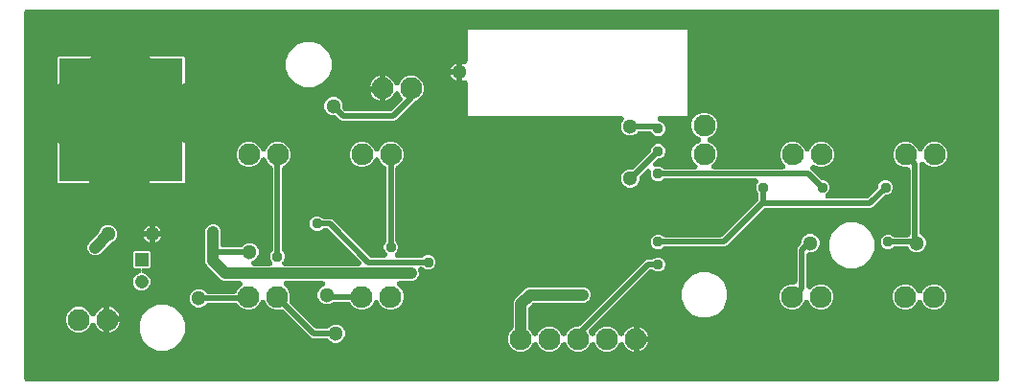
<source format=gbl>
G04 EAGLE Gerber RS-274X export*
G75*
%MOMM*%
%FSLAX34Y34*%
%LPD*%
%INBottom Copper*%
%IPPOS*%
%AMOC8*
5,1,8,0,0,1.08239X$1,22.5*%
G01*
%ADD10R,10.899075X10.881306*%
%ADD11C,1.930400*%
%ADD12C,1.208000*%
%ADD13R,10.600000X10.600000*%
%ADD14R,1.208000X1.208000*%
%ADD15C,1.300000*%
%ADD16C,0.956400*%
%ADD17C,0.508000*%
%ADD18C,1.016000*%

G36*
X838035Y-19536D02*
X838035Y-19536D01*
X838069Y-19538D01*
X838258Y-19516D01*
X838449Y-19499D01*
X838482Y-19490D01*
X838516Y-19486D01*
X838699Y-19431D01*
X838883Y-19381D01*
X838914Y-19366D01*
X838947Y-19356D01*
X839118Y-19269D01*
X839290Y-19187D01*
X839318Y-19167D01*
X839349Y-19152D01*
X839501Y-19036D01*
X839656Y-18925D01*
X839680Y-18900D01*
X839707Y-18880D01*
X839836Y-18740D01*
X839970Y-18603D01*
X839989Y-18574D01*
X840013Y-18548D01*
X840115Y-18387D01*
X840222Y-18230D01*
X840236Y-18198D01*
X840254Y-18169D01*
X840327Y-17992D01*
X840404Y-17818D01*
X840412Y-17784D01*
X840425Y-17752D01*
X840465Y-17565D01*
X840511Y-17380D01*
X840513Y-17346D01*
X840520Y-17312D01*
X840539Y-17000D01*
X840539Y307000D01*
X840536Y307035D01*
X840538Y307069D01*
X840516Y307258D01*
X840499Y307449D01*
X840490Y307482D01*
X840486Y307516D01*
X840431Y307699D01*
X840381Y307883D01*
X840366Y307914D01*
X840356Y307947D01*
X840269Y308118D01*
X840187Y308290D01*
X840167Y308318D01*
X840152Y308349D01*
X840036Y308501D01*
X839925Y308656D01*
X839900Y308680D01*
X839880Y308707D01*
X839740Y308836D01*
X839603Y308970D01*
X839574Y308989D01*
X839548Y309013D01*
X839387Y309115D01*
X839230Y309222D01*
X839198Y309236D01*
X839169Y309254D01*
X838992Y309327D01*
X838818Y309404D01*
X838784Y309412D01*
X838752Y309425D01*
X838565Y309465D01*
X838380Y309511D01*
X838346Y309513D01*
X838312Y309520D01*
X838000Y309539D01*
X-18000Y309539D01*
X-18035Y309536D01*
X-18069Y309538D01*
X-18258Y309516D01*
X-18449Y309499D01*
X-18482Y309490D01*
X-18516Y309486D01*
X-18699Y309431D01*
X-18883Y309381D01*
X-18914Y309366D01*
X-18947Y309356D01*
X-19118Y309269D01*
X-19290Y309187D01*
X-19318Y309167D01*
X-19349Y309152D01*
X-19501Y309036D01*
X-19656Y308925D01*
X-19680Y308900D01*
X-19707Y308880D01*
X-19836Y308740D01*
X-19970Y308603D01*
X-19989Y308574D01*
X-20013Y308548D01*
X-20115Y308387D01*
X-20222Y308230D01*
X-20236Y308198D01*
X-20254Y308169D01*
X-20327Y307992D01*
X-20404Y307818D01*
X-20412Y307784D01*
X-20425Y307752D01*
X-20465Y307565D01*
X-20511Y307380D01*
X-20513Y307346D01*
X-20520Y307312D01*
X-20539Y307000D01*
X-20539Y-17000D01*
X-20536Y-17035D01*
X-20538Y-17069D01*
X-20516Y-17258D01*
X-20499Y-17449D01*
X-20490Y-17482D01*
X-20486Y-17516D01*
X-20431Y-17699D01*
X-20381Y-17883D01*
X-20366Y-17914D01*
X-20356Y-17947D01*
X-20269Y-18118D01*
X-20187Y-18290D01*
X-20167Y-18318D01*
X-20152Y-18349D01*
X-20036Y-18501D01*
X-19925Y-18656D01*
X-19900Y-18680D01*
X-19880Y-18707D01*
X-19740Y-18836D01*
X-19603Y-18970D01*
X-19574Y-18989D01*
X-19548Y-19013D01*
X-19387Y-19115D01*
X-19230Y-19222D01*
X-19198Y-19236D01*
X-19169Y-19254D01*
X-18992Y-19327D01*
X-18818Y-19404D01*
X-18784Y-19412D01*
X-18752Y-19425D01*
X-18565Y-19465D01*
X-18380Y-19511D01*
X-18346Y-19513D01*
X-18312Y-19520D01*
X-18000Y-19539D01*
X838000Y-19539D01*
X838035Y-19536D01*
G37*
%LPC*%
G36*
X537746Y197693D02*
X537746Y197693D01*
X535428Y198653D01*
X533640Y200441D01*
X533580Y200557D01*
X533484Y200745D01*
X533476Y200755D01*
X533470Y200767D01*
X533339Y200935D01*
X533212Y201103D01*
X533202Y201112D01*
X533194Y201123D01*
X533037Y201264D01*
X532881Y201409D01*
X532869Y201416D01*
X532860Y201424D01*
X532681Y201536D01*
X532501Y201650D01*
X532489Y201655D01*
X532477Y201662D01*
X532281Y201741D01*
X532084Y201821D01*
X532071Y201824D01*
X532059Y201829D01*
X531851Y201872D01*
X531644Y201916D01*
X531628Y201917D01*
X531618Y201919D01*
X531579Y201920D01*
X531332Y201935D01*
X522790Y201935D01*
X522626Y201921D01*
X522462Y201914D01*
X522402Y201901D01*
X522341Y201895D01*
X522183Y201852D01*
X522022Y201816D01*
X521966Y201793D01*
X521907Y201777D01*
X521759Y201706D01*
X521607Y201643D01*
X521555Y201610D01*
X521500Y201583D01*
X521367Y201488D01*
X521228Y201398D01*
X521171Y201347D01*
X521134Y201321D01*
X521092Y201278D01*
X520994Y201192D01*
X519000Y199197D01*
X516050Y197975D01*
X512858Y197975D01*
X509908Y199197D01*
X507651Y201454D01*
X506429Y204404D01*
X506429Y207596D01*
X507651Y210546D01*
X508050Y210944D01*
X508133Y211044D01*
X508224Y211137D01*
X508278Y211217D01*
X508339Y211290D01*
X508403Y211403D01*
X508476Y211510D01*
X508515Y211598D01*
X508562Y211681D01*
X508606Y211803D01*
X508658Y211922D01*
X508681Y212015D01*
X508713Y212105D01*
X508734Y212233D01*
X508765Y212360D01*
X508771Y212455D01*
X508787Y212549D01*
X508785Y212679D01*
X508793Y212809D01*
X508782Y212904D01*
X508780Y212999D01*
X508756Y213127D01*
X508741Y213256D01*
X508713Y213348D01*
X508695Y213442D01*
X508648Y213563D01*
X508610Y213687D01*
X508567Y213772D01*
X508533Y213862D01*
X508465Y213973D01*
X508406Y214089D01*
X508348Y214165D01*
X508299Y214246D01*
X508212Y214344D01*
X508134Y214447D01*
X508064Y214512D01*
X508001Y214584D01*
X507899Y214664D01*
X507803Y214753D01*
X507722Y214804D01*
X507647Y214863D01*
X507533Y214924D01*
X507423Y214994D01*
X507335Y215031D01*
X507251Y215076D01*
X507127Y215116D01*
X507007Y215165D01*
X506913Y215185D01*
X506822Y215215D01*
X506694Y215233D01*
X506566Y215260D01*
X506436Y215268D01*
X506376Y215276D01*
X506332Y215275D01*
X506254Y215279D01*
X370690Y215279D01*
X370689Y215280D01*
X370689Y244511D01*
X370682Y244593D01*
X370684Y244675D01*
X370662Y244816D01*
X370649Y244959D01*
X370628Y245039D01*
X370615Y245120D01*
X370569Y245255D01*
X370531Y245394D01*
X370495Y245468D01*
X370469Y245546D01*
X370399Y245671D01*
X370337Y245800D01*
X370290Y245867D01*
X370249Y245939D01*
X370159Y246050D01*
X370075Y246166D01*
X370016Y246224D01*
X369964Y246288D01*
X369855Y246380D01*
X369753Y246480D01*
X369684Y246526D01*
X369622Y246580D01*
X369498Y246652D01*
X369380Y246732D01*
X369304Y246766D01*
X369233Y246807D01*
X369099Y246857D01*
X368968Y246915D01*
X368888Y246934D01*
X368810Y246963D01*
X368669Y246987D01*
X368530Y247021D01*
X368448Y247026D01*
X368367Y247041D01*
X368224Y247040D01*
X368081Y247049D01*
X367999Y247040D01*
X367917Y247039D01*
X367776Y247014D01*
X367634Y246997D01*
X367555Y246973D01*
X367474Y246958D01*
X367240Y246878D01*
X367203Y246867D01*
X367193Y246862D01*
X367178Y246857D01*
X365050Y245975D01*
X361858Y245975D01*
X358908Y247197D01*
X356651Y249454D01*
X355429Y252404D01*
X355429Y255596D01*
X356651Y258546D01*
X358908Y260803D01*
X361858Y262025D01*
X365050Y262025D01*
X367178Y261143D01*
X367257Y261119D01*
X367332Y261085D01*
X367471Y261051D01*
X367608Y261009D01*
X367690Y260998D01*
X367770Y260979D01*
X367912Y260970D01*
X368055Y260952D01*
X368137Y260956D01*
X368219Y260951D01*
X368361Y260968D01*
X368504Y260975D01*
X368584Y260993D01*
X368666Y261003D01*
X368804Y261045D01*
X368943Y261077D01*
X369018Y261109D01*
X369097Y261133D01*
X369225Y261198D01*
X369356Y261255D01*
X369425Y261300D01*
X369499Y261338D01*
X369613Y261424D01*
X369732Y261503D01*
X369792Y261560D01*
X369857Y261610D01*
X369954Y261715D01*
X370058Y261814D01*
X370107Y261880D01*
X370163Y261941D01*
X370240Y262062D01*
X370324Y262177D01*
X370360Y262251D01*
X370404Y262321D01*
X370459Y262453D01*
X370522Y262582D01*
X370544Y262661D01*
X370575Y262737D01*
X370605Y262877D01*
X370645Y263015D01*
X370653Y263097D01*
X370670Y263177D01*
X370685Y263423D01*
X370689Y263463D01*
X370688Y263474D01*
X370689Y263489D01*
X370689Y291480D01*
X370690Y291481D01*
X565000Y291481D01*
X565001Y291480D01*
X565001Y215280D01*
X565000Y215279D01*
X541015Y215279D01*
X540838Y215264D01*
X540661Y215254D01*
X540615Y215244D01*
X540567Y215239D01*
X540395Y215193D01*
X540223Y215152D01*
X540179Y215133D01*
X540132Y215121D01*
X539972Y215045D01*
X539809Y214974D01*
X539769Y214948D01*
X539726Y214927D01*
X539581Y214824D01*
X539433Y214726D01*
X539399Y214693D01*
X539360Y214665D01*
X539236Y214538D01*
X539107Y214415D01*
X539079Y214377D01*
X539046Y214343D01*
X538946Y214195D01*
X538841Y214052D01*
X538820Y214009D01*
X538794Y213970D01*
X538722Y213807D01*
X538644Y213648D01*
X538631Y213602D01*
X538611Y213558D01*
X538569Y213385D01*
X538521Y213214D01*
X538516Y213167D01*
X538505Y213120D01*
X538494Y212943D01*
X538476Y212766D01*
X538480Y212719D01*
X538477Y212671D01*
X538498Y212494D01*
X538511Y212317D01*
X538524Y212271D01*
X538529Y212224D01*
X538581Y212053D01*
X538625Y211882D01*
X538646Y211839D01*
X538659Y211793D01*
X538740Y211634D01*
X538815Y211473D01*
X538842Y211434D01*
X538864Y211391D01*
X538971Y211250D01*
X539073Y211104D01*
X539107Y211071D01*
X539136Y211033D01*
X539266Y210912D01*
X539392Y210787D01*
X539432Y210760D01*
X539467Y210728D01*
X539617Y210632D01*
X539763Y210531D01*
X539816Y210505D01*
X539847Y210486D01*
X539905Y210462D01*
X540044Y210394D01*
X542572Y209347D01*
X544347Y207572D01*
X545307Y205254D01*
X545307Y202746D01*
X544347Y200428D01*
X542572Y198653D01*
X540254Y197693D01*
X537746Y197693D01*
G37*
%LPD*%
%LPC*%
G36*
X9835Y155711D02*
X9835Y155711D01*
X8942Y156605D01*
X8942Y266681D01*
X9835Y267574D01*
X120089Y267574D01*
X120982Y266681D01*
X120982Y156605D01*
X120089Y155711D01*
X9835Y155711D01*
G37*
%LPD*%
%LPC*%
G36*
X252858Y14975D02*
X252858Y14975D01*
X249908Y16197D01*
X247914Y18192D01*
X247788Y18297D01*
X247667Y18409D01*
X247615Y18441D01*
X247569Y18480D01*
X247426Y18562D01*
X247287Y18650D01*
X247230Y18674D01*
X247178Y18704D01*
X247023Y18759D01*
X246870Y18821D01*
X246811Y18834D01*
X246753Y18855D01*
X246591Y18881D01*
X246430Y18916D01*
X246353Y18921D01*
X246309Y18928D01*
X246248Y18927D01*
X246118Y18935D01*
X234191Y18935D01*
X232698Y19554D01*
X208328Y43923D01*
X208166Y44059D01*
X208005Y44197D01*
X207993Y44204D01*
X207983Y44212D01*
X207800Y44317D01*
X207616Y44424D01*
X207603Y44429D01*
X207592Y44435D01*
X207393Y44506D01*
X207193Y44580D01*
X207180Y44582D01*
X207168Y44586D01*
X206958Y44621D01*
X206750Y44658D01*
X206737Y44658D01*
X206724Y44660D01*
X206510Y44657D01*
X206300Y44656D01*
X206287Y44654D01*
X206273Y44654D01*
X206064Y44613D01*
X205857Y44575D01*
X205842Y44570D01*
X205831Y44568D01*
X205794Y44554D01*
X205561Y44474D01*
X205053Y44263D01*
X200607Y44263D01*
X196499Y45965D01*
X193355Y49109D01*
X192476Y51231D01*
X192416Y51346D01*
X192364Y51465D01*
X192312Y51545D01*
X192267Y51630D01*
X192188Y51733D01*
X192116Y51841D01*
X192050Y51910D01*
X191992Y51986D01*
X191895Y52073D01*
X191805Y52167D01*
X191728Y52223D01*
X191657Y52287D01*
X191547Y52356D01*
X191442Y52433D01*
X191356Y52475D01*
X191275Y52525D01*
X191154Y52573D01*
X191038Y52630D01*
X190946Y52657D01*
X190857Y52692D01*
X190729Y52718D01*
X190604Y52753D01*
X190509Y52763D01*
X190416Y52782D01*
X190286Y52785D01*
X190156Y52798D01*
X190061Y52791D01*
X189966Y52793D01*
X189837Y52773D01*
X189707Y52763D01*
X189615Y52739D01*
X189521Y52724D01*
X189397Y52682D01*
X189272Y52649D01*
X189185Y52609D01*
X189095Y52578D01*
X188981Y52514D01*
X188863Y52460D01*
X188785Y52405D01*
X188702Y52358D01*
X188601Y52276D01*
X188494Y52201D01*
X188427Y52133D01*
X188353Y52073D01*
X188269Y51974D01*
X188177Y51882D01*
X188123Y51803D01*
X188061Y51731D01*
X187995Y51618D01*
X187921Y51511D01*
X187864Y51395D01*
X187833Y51342D01*
X187818Y51300D01*
X187784Y51231D01*
X186905Y49109D01*
X183761Y45965D01*
X179653Y44263D01*
X175207Y44263D01*
X171099Y45965D01*
X167872Y49192D01*
X167746Y49297D01*
X167625Y49409D01*
X167574Y49441D01*
X167527Y49480D01*
X167384Y49562D01*
X167245Y49650D01*
X167189Y49674D01*
X167136Y49704D01*
X166981Y49759D01*
X166829Y49821D01*
X166769Y49834D01*
X166712Y49855D01*
X166549Y49881D01*
X166389Y49916D01*
X166311Y49921D01*
X166267Y49928D01*
X166207Y49927D01*
X166077Y49935D01*
X141790Y49935D01*
X141626Y49921D01*
X141462Y49914D01*
X141402Y49901D01*
X141341Y49895D01*
X141183Y49852D01*
X141022Y49816D01*
X140966Y49793D01*
X140907Y49777D01*
X140759Y49706D01*
X140607Y49643D01*
X140555Y49610D01*
X140500Y49583D01*
X140367Y49488D01*
X140228Y49398D01*
X140171Y49347D01*
X140134Y49321D01*
X140092Y49278D01*
X139994Y49192D01*
X138000Y47197D01*
X135050Y45975D01*
X131858Y45975D01*
X128908Y47197D01*
X126651Y49454D01*
X125429Y52404D01*
X125429Y55596D01*
X126651Y58546D01*
X128908Y60803D01*
X131858Y62025D01*
X135050Y62025D01*
X138000Y60803D01*
X139994Y58808D01*
X140121Y58703D01*
X140241Y58591D01*
X140293Y58559D01*
X140340Y58520D01*
X140482Y58438D01*
X140621Y58350D01*
X140678Y58326D01*
X140731Y58296D01*
X140886Y58241D01*
X141038Y58179D01*
X141097Y58166D01*
X141155Y58145D01*
X141317Y58119D01*
X141478Y58084D01*
X141555Y58079D01*
X141599Y58072D01*
X141660Y58073D01*
X141790Y58065D01*
X164723Y58065D01*
X164934Y58084D01*
X165145Y58100D01*
X165158Y58103D01*
X165171Y58105D01*
X165377Y58161D01*
X165581Y58214D01*
X165593Y58220D01*
X165606Y58223D01*
X165796Y58314D01*
X165990Y58403D01*
X166001Y58411D01*
X166012Y58417D01*
X166184Y58539D01*
X166358Y58662D01*
X166368Y58671D01*
X166379Y58679D01*
X166527Y58831D01*
X166676Y58981D01*
X166683Y58992D01*
X166693Y59001D01*
X166811Y59177D01*
X166932Y59351D01*
X166939Y59366D01*
X166945Y59374D01*
X166961Y59410D01*
X167069Y59632D01*
X167955Y61771D01*
X171244Y65060D01*
X171327Y65160D01*
X171418Y65253D01*
X171472Y65333D01*
X171533Y65406D01*
X171598Y65519D01*
X171670Y65626D01*
X171709Y65714D01*
X171756Y65797D01*
X171800Y65919D01*
X171853Y66038D01*
X171875Y66131D01*
X171907Y66221D01*
X171929Y66349D01*
X171959Y66476D01*
X171965Y66571D01*
X171981Y66665D01*
X171979Y66795D01*
X171987Y66925D01*
X171976Y67020D01*
X171975Y67116D01*
X171950Y67243D01*
X171935Y67372D01*
X171907Y67464D01*
X171889Y67558D01*
X171842Y67679D01*
X171805Y67803D01*
X171761Y67889D01*
X171727Y67978D01*
X171659Y68089D01*
X171600Y68205D01*
X171543Y68281D01*
X171493Y68362D01*
X171407Y68460D01*
X171328Y68563D01*
X171258Y68628D01*
X171195Y68700D01*
X171093Y68780D01*
X170997Y68869D01*
X170917Y68920D01*
X170842Y68979D01*
X170727Y69040D01*
X170617Y69110D01*
X170529Y69147D01*
X170445Y69192D01*
X170321Y69232D01*
X170201Y69281D01*
X170107Y69301D01*
X170017Y69331D01*
X169888Y69349D01*
X169761Y69376D01*
X169631Y69384D01*
X169570Y69392D01*
X169526Y69391D01*
X169449Y69395D01*
X155686Y69395D01*
X153259Y70401D01*
X140401Y83259D01*
X139395Y85686D01*
X139395Y114314D01*
X140401Y116741D01*
X142259Y118599D01*
X144686Y119605D01*
X147314Y119605D01*
X149741Y118599D01*
X151599Y116741D01*
X152605Y114314D01*
X152605Y101604D01*
X152608Y101569D01*
X152606Y101535D01*
X152628Y101346D01*
X152645Y101155D01*
X152654Y101122D01*
X152658Y101088D01*
X152713Y100905D01*
X152763Y100721D01*
X152778Y100690D01*
X152788Y100657D01*
X152875Y100486D01*
X152957Y100314D01*
X152977Y100286D01*
X152992Y100255D01*
X153108Y100103D01*
X153219Y99948D01*
X153244Y99924D01*
X153264Y99897D01*
X153404Y99768D01*
X153541Y99634D01*
X153570Y99615D01*
X153596Y99591D01*
X153757Y99489D01*
X153914Y99382D01*
X153946Y99368D01*
X153975Y99350D01*
X154152Y99277D01*
X154326Y99200D01*
X154360Y99192D01*
X154392Y99179D01*
X154579Y99139D01*
X154764Y99093D01*
X154798Y99091D01*
X154832Y99084D01*
X155144Y99065D01*
X170118Y99065D01*
X170282Y99079D01*
X170447Y99086D01*
X170506Y99099D01*
X170567Y99105D01*
X170726Y99148D01*
X170886Y99184D01*
X170942Y99207D01*
X171001Y99223D01*
X171149Y99294D01*
X171302Y99357D01*
X171353Y99390D01*
X171408Y99417D01*
X171541Y99512D01*
X171680Y99602D01*
X171738Y99653D01*
X171774Y99679D01*
X171816Y99722D01*
X171914Y99808D01*
X173908Y101803D01*
X176858Y103025D01*
X180050Y103025D01*
X183000Y101803D01*
X185257Y99546D01*
X186479Y96596D01*
X186479Y93404D01*
X185257Y90454D01*
X183000Y88197D01*
X181293Y87490D01*
X181135Y87407D01*
X180975Y87331D01*
X180936Y87304D01*
X180894Y87281D01*
X180753Y87173D01*
X180609Y87069D01*
X180576Y87035D01*
X180538Y87006D01*
X180419Y86874D01*
X180295Y86747D01*
X180268Y86707D01*
X180236Y86671D01*
X180142Y86521D01*
X180043Y86374D01*
X180023Y86330D01*
X179998Y86289D01*
X179933Y86124D01*
X179861Y85962D01*
X179849Y85915D01*
X179832Y85871D01*
X179796Y85697D01*
X179754Y85524D01*
X179751Y85477D01*
X179741Y85430D01*
X179737Y85252D01*
X179726Y85075D01*
X179732Y85027D01*
X179731Y84980D01*
X179758Y84804D01*
X179778Y84628D01*
X179792Y84582D01*
X179799Y84535D01*
X179857Y84367D01*
X179909Y84197D01*
X179930Y84154D01*
X179946Y84109D01*
X180032Y83954D01*
X180113Y83795D01*
X180142Y83757D01*
X180165Y83716D01*
X180278Y83578D01*
X180385Y83437D01*
X180420Y83404D01*
X180450Y83367D01*
X180586Y83252D01*
X180716Y83131D01*
X180756Y83106D01*
X180793Y83075D01*
X180946Y82985D01*
X181096Y82890D01*
X181140Y82871D01*
X181181Y82847D01*
X181348Y82786D01*
X181512Y82719D01*
X181559Y82709D01*
X181604Y82692D01*
X181779Y82661D01*
X181953Y82624D01*
X182012Y82620D01*
X182048Y82614D01*
X182111Y82614D01*
X182265Y82605D01*
X196256Y82605D01*
X196386Y82616D01*
X196516Y82618D01*
X196610Y82636D01*
X196705Y82645D01*
X196830Y82679D01*
X196958Y82704D01*
X197047Y82738D01*
X197139Y82763D01*
X197257Y82819D01*
X197378Y82866D01*
X197460Y82916D01*
X197546Y82957D01*
X197651Y83032D01*
X197763Y83100D01*
X197834Y83163D01*
X197912Y83219D01*
X198003Y83312D01*
X198100Y83398D01*
X198159Y83473D01*
X198226Y83541D01*
X198299Y83649D01*
X198380Y83751D01*
X198425Y83835D01*
X198478Y83914D01*
X198531Y84033D01*
X198592Y84148D01*
X198622Y84239D01*
X198660Y84326D01*
X198691Y84453D01*
X198731Y84576D01*
X198744Y84671D01*
X198767Y84764D01*
X198775Y84893D01*
X198793Y85022D01*
X198789Y85118D01*
X198795Y85213D01*
X198780Y85342D01*
X198774Y85472D01*
X198754Y85565D01*
X198743Y85660D01*
X198705Y85785D01*
X198677Y85912D01*
X198640Y86000D01*
X198612Y86091D01*
X198553Y86207D01*
X198503Y86327D01*
X198451Y86407D01*
X198408Y86493D01*
X198329Y86596D01*
X198259Y86705D01*
X198173Y86803D01*
X198136Y86851D01*
X198103Y86882D01*
X198052Y86940D01*
X197517Y87474D01*
X196557Y89792D01*
X196557Y92301D01*
X197517Y94619D01*
X198192Y95293D01*
X198297Y95420D01*
X198409Y95540D01*
X198441Y95592D01*
X198480Y95639D01*
X198562Y95781D01*
X198650Y95920D01*
X198674Y95977D01*
X198704Y96030D01*
X198759Y96185D01*
X198821Y96337D01*
X198834Y96396D01*
X198855Y96454D01*
X198881Y96616D01*
X198916Y96777D01*
X198921Y96854D01*
X198928Y96898D01*
X198927Y96959D01*
X198935Y97089D01*
X198935Y169180D01*
X198916Y169391D01*
X198900Y169602D01*
X198897Y169615D01*
X198895Y169628D01*
X198839Y169833D01*
X198786Y170038D01*
X198780Y170050D01*
X198777Y170062D01*
X198686Y170253D01*
X198597Y170446D01*
X198589Y170457D01*
X198583Y170469D01*
X198460Y170641D01*
X198338Y170815D01*
X198329Y170824D01*
X198321Y170835D01*
X198169Y170984D01*
X198019Y171132D01*
X198008Y171140D01*
X197999Y171149D01*
X197822Y171268D01*
X197649Y171388D01*
X197634Y171395D01*
X197626Y171401D01*
X197589Y171417D01*
X197368Y171525D01*
X196959Y171695D01*
X193815Y174839D01*
X192936Y176961D01*
X192876Y177076D01*
X192824Y177195D01*
X192776Y177268D01*
X192744Y177332D01*
X192738Y177339D01*
X192727Y177360D01*
X192648Y177462D01*
X192576Y177571D01*
X192510Y177640D01*
X192502Y177651D01*
X192472Y177690D01*
X192470Y177692D01*
X192452Y177716D01*
X192355Y177803D01*
X192265Y177897D01*
X192188Y177953D01*
X192117Y178017D01*
X192007Y178086D01*
X191902Y178163D01*
X191816Y178205D01*
X191735Y178255D01*
X191614Y178303D01*
X191498Y178360D01*
X191406Y178387D01*
X191317Y178422D01*
X191189Y178448D01*
X191064Y178483D01*
X190969Y178493D01*
X190876Y178512D01*
X190746Y178515D01*
X190616Y178528D01*
X190521Y178521D01*
X190426Y178523D01*
X190297Y178503D01*
X190167Y178493D01*
X190075Y178469D01*
X189981Y178454D01*
X189858Y178412D01*
X189732Y178379D01*
X189645Y178339D01*
X189555Y178308D01*
X189441Y178244D01*
X189323Y178190D01*
X189245Y178135D01*
X189162Y178088D01*
X189061Y178006D01*
X188954Y177931D01*
X188887Y177863D01*
X188813Y177803D01*
X188729Y177704D01*
X188637Y177612D01*
X188622Y177589D01*
X188618Y177586D01*
X188581Y177532D01*
X188521Y177461D01*
X188455Y177348D01*
X188381Y177241D01*
X188370Y177219D01*
X188366Y177213D01*
X188354Y177185D01*
X188324Y177124D01*
X188293Y177072D01*
X188278Y177030D01*
X188244Y176961D01*
X187365Y174839D01*
X184221Y171695D01*
X180113Y169993D01*
X175667Y169993D01*
X171559Y171695D01*
X168415Y174839D01*
X166713Y178947D01*
X166713Y183393D01*
X168415Y187501D01*
X171559Y190645D01*
X175667Y192347D01*
X180113Y192347D01*
X184221Y190645D01*
X187365Y187501D01*
X188244Y185379D01*
X188304Y185264D01*
X188356Y185145D01*
X188408Y185065D01*
X188453Y184980D01*
X188532Y184877D01*
X188604Y184769D01*
X188670Y184700D01*
X188728Y184624D01*
X188825Y184537D01*
X188914Y184443D01*
X188992Y184387D01*
X189063Y184323D01*
X189173Y184254D01*
X189278Y184177D01*
X189364Y184135D01*
X189445Y184085D01*
X189565Y184037D01*
X189682Y183980D01*
X189774Y183953D01*
X189863Y183918D01*
X189990Y183892D01*
X190116Y183857D01*
X190211Y183847D01*
X190304Y183828D01*
X190434Y183825D01*
X190564Y183812D01*
X190659Y183819D01*
X190754Y183817D01*
X190883Y183837D01*
X191013Y183847D01*
X191105Y183871D01*
X191199Y183886D01*
X191322Y183928D01*
X191448Y183961D01*
X191535Y184001D01*
X191625Y184032D01*
X191739Y184096D01*
X191857Y184150D01*
X191935Y184205D01*
X192018Y184252D01*
X192119Y184334D01*
X192226Y184409D01*
X192293Y184476D01*
X192367Y184537D01*
X192451Y184636D01*
X192543Y184728D01*
X192597Y184807D01*
X192659Y184879D01*
X192725Y184992D01*
X192799Y185099D01*
X192856Y185215D01*
X192887Y185268D01*
X192902Y185310D01*
X192936Y185379D01*
X193815Y187501D01*
X196959Y190645D01*
X201067Y192347D01*
X205513Y192347D01*
X209621Y190645D01*
X212765Y187501D01*
X214467Y183393D01*
X214467Y178947D01*
X212765Y174839D01*
X209621Y171695D01*
X208632Y171285D01*
X208444Y171187D01*
X208255Y171091D01*
X208245Y171083D01*
X208233Y171077D01*
X208065Y170947D01*
X207897Y170819D01*
X207888Y170809D01*
X207877Y170801D01*
X207736Y170644D01*
X207591Y170488D01*
X207584Y170476D01*
X207576Y170467D01*
X207464Y170288D01*
X207350Y170108D01*
X207345Y170096D01*
X207338Y170084D01*
X207260Y169888D01*
X207179Y169691D01*
X207176Y169678D01*
X207171Y169666D01*
X207129Y169459D01*
X207084Y169251D01*
X207083Y169235D01*
X207081Y169225D01*
X207080Y169186D01*
X207065Y168939D01*
X207065Y96817D01*
X207079Y96652D01*
X207086Y96489D01*
X207099Y96429D01*
X207105Y96368D01*
X207148Y96209D01*
X207184Y96049D01*
X207207Y95993D01*
X207223Y95934D01*
X207294Y95786D01*
X207357Y95634D01*
X207390Y95582D01*
X207417Y95527D01*
X207512Y95394D01*
X207602Y95255D01*
X207653Y95198D01*
X207679Y95161D01*
X207722Y95119D01*
X207808Y95021D01*
X208210Y94619D01*
X209171Y92301D01*
X209171Y89792D01*
X208210Y87474D01*
X207676Y86940D01*
X207592Y86840D01*
X207502Y86747D01*
X207448Y86667D01*
X207387Y86594D01*
X207322Y86481D01*
X207250Y86374D01*
X207211Y86286D01*
X207164Y86203D01*
X207120Y86081D01*
X207067Y85962D01*
X207045Y85869D01*
X207013Y85779D01*
X206992Y85651D01*
X206961Y85524D01*
X206955Y85429D01*
X206939Y85335D01*
X206941Y85205D01*
X206933Y85075D01*
X206944Y84980D01*
X206945Y84885D01*
X206970Y84757D01*
X206985Y84628D01*
X207013Y84536D01*
X207031Y84442D01*
X207078Y84321D01*
X207115Y84197D01*
X207159Y84111D01*
X207193Y84022D01*
X207261Y83912D01*
X207320Y83795D01*
X207378Y83719D01*
X207427Y83638D01*
X207513Y83540D01*
X207592Y83437D01*
X207662Y83372D01*
X207725Y83300D01*
X207827Y83220D01*
X207923Y83131D01*
X208004Y83080D01*
X208078Y83021D01*
X208193Y82960D01*
X208303Y82890D01*
X208391Y82853D01*
X208475Y82808D01*
X208599Y82768D01*
X208719Y82719D01*
X208813Y82699D01*
X208903Y82669D01*
X209032Y82651D01*
X209159Y82624D01*
X209289Y82616D01*
X209349Y82608D01*
X209394Y82609D01*
X209471Y82605D01*
X274517Y82605D01*
X274646Y82616D01*
X274776Y82618D01*
X274870Y82636D01*
X274965Y82645D01*
X275091Y82679D01*
X275218Y82704D01*
X275307Y82738D01*
X275399Y82763D01*
X275517Y82819D01*
X275638Y82866D01*
X275720Y82916D01*
X275806Y82957D01*
X275912Y83032D01*
X276023Y83100D01*
X276094Y83163D01*
X276172Y83219D01*
X276263Y83312D01*
X276360Y83398D01*
X276419Y83473D01*
X276486Y83541D01*
X276559Y83649D01*
X276640Y83751D01*
X276685Y83835D01*
X276738Y83914D01*
X276791Y84033D01*
X276852Y84148D01*
X276882Y84239D01*
X276921Y84326D01*
X276951Y84453D01*
X276992Y84576D01*
X277005Y84671D01*
X277027Y84764D01*
X277035Y84893D01*
X277053Y85022D01*
X277049Y85118D01*
X277055Y85213D01*
X277040Y85342D01*
X277035Y85472D01*
X277014Y85565D01*
X277003Y85660D01*
X276965Y85785D01*
X276937Y85912D01*
X276900Y86000D01*
X276873Y86091D01*
X276814Y86207D01*
X276763Y86327D01*
X276711Y86408D01*
X276668Y86493D01*
X276590Y86596D01*
X276519Y86705D01*
X276433Y86803D01*
X276396Y86851D01*
X276363Y86882D01*
X276312Y86940D01*
X248060Y115192D01*
X247934Y115297D01*
X247813Y115409D01*
X247762Y115441D01*
X247715Y115480D01*
X247572Y115562D01*
X247433Y115650D01*
X247377Y115674D01*
X247324Y115704D01*
X247169Y115759D01*
X247017Y115821D01*
X246957Y115834D01*
X246899Y115855D01*
X246737Y115881D01*
X246576Y115916D01*
X246500Y115921D01*
X246455Y115928D01*
X246394Y115927D01*
X246265Y115935D01*
X243906Y115935D01*
X243742Y115921D01*
X243578Y115914D01*
X243518Y115901D01*
X243458Y115895D01*
X243299Y115852D01*
X243138Y115816D01*
X243082Y115793D01*
X243023Y115777D01*
X242875Y115706D01*
X242723Y115643D01*
X242672Y115610D01*
X242617Y115583D01*
X242483Y115488D01*
X242345Y115398D01*
X242287Y115347D01*
X242251Y115321D01*
X242208Y115278D01*
X242111Y115192D01*
X241572Y114653D01*
X239254Y113693D01*
X236746Y113693D01*
X234428Y114653D01*
X232653Y116428D01*
X231693Y118746D01*
X231693Y121254D01*
X232653Y123572D01*
X234428Y125347D01*
X236746Y126307D01*
X239254Y126307D01*
X241572Y125347D01*
X242111Y124808D01*
X242237Y124703D01*
X242358Y124591D01*
X242409Y124559D01*
X242456Y124520D01*
X242599Y124438D01*
X242737Y124350D01*
X242794Y124326D01*
X242847Y124296D01*
X243002Y124241D01*
X243154Y124179D01*
X243214Y124166D01*
X243271Y124145D01*
X243434Y124119D01*
X243594Y124084D01*
X243671Y124079D01*
X243715Y124072D01*
X243777Y124073D01*
X243906Y124065D01*
X249809Y124065D01*
X251302Y123446D01*
X283940Y90808D01*
X284066Y90703D01*
X284187Y90591D01*
X284238Y90559D01*
X284285Y90520D01*
X284428Y90438D01*
X284567Y90350D01*
X284623Y90326D01*
X284676Y90296D01*
X284831Y90241D01*
X284983Y90179D01*
X285043Y90166D01*
X285101Y90145D01*
X285263Y90119D01*
X285424Y90084D01*
X285500Y90079D01*
X285545Y90072D01*
X285606Y90073D01*
X285735Y90065D01*
X297412Y90065D01*
X297542Y90076D01*
X297672Y90078D01*
X297765Y90096D01*
X297861Y90105D01*
X297986Y90139D01*
X298114Y90164D01*
X298203Y90198D01*
X298295Y90223D01*
X298412Y90279D01*
X298534Y90326D01*
X298616Y90376D01*
X298702Y90417D01*
X298807Y90492D01*
X298919Y90560D01*
X298990Y90623D01*
X299068Y90679D01*
X299159Y90772D01*
X299256Y90858D01*
X299315Y90933D01*
X299382Y91001D01*
X299455Y91109D01*
X299535Y91211D01*
X299581Y91295D01*
X299634Y91374D01*
X299687Y91493D01*
X299748Y91608D01*
X299778Y91699D01*
X299816Y91786D01*
X299847Y91912D01*
X299887Y92036D01*
X299900Y92131D01*
X299923Y92224D01*
X299931Y92353D01*
X299949Y92482D01*
X299945Y92578D01*
X299951Y92673D01*
X299936Y92802D01*
X299930Y92932D01*
X299910Y93025D01*
X299899Y93120D01*
X299861Y93245D01*
X299833Y93372D01*
X299796Y93460D01*
X299768Y93551D01*
X299709Y93667D01*
X299659Y93787D01*
X299607Y93867D01*
X299564Y93953D01*
X299485Y94056D01*
X299415Y94165D01*
X299329Y94263D01*
X299292Y94311D01*
X299259Y94342D01*
X299208Y94400D01*
X297937Y95670D01*
X296977Y97988D01*
X296977Y100497D01*
X297937Y102815D01*
X298192Y103070D01*
X298297Y103196D01*
X298409Y103317D01*
X298441Y103369D01*
X298480Y103415D01*
X298562Y103558D01*
X298650Y103697D01*
X298674Y103753D01*
X298704Y103806D01*
X298759Y103961D01*
X298821Y104113D01*
X298834Y104173D01*
X298855Y104231D01*
X298881Y104393D01*
X298895Y104457D01*
X298907Y104504D01*
X298907Y104512D01*
X298916Y104554D01*
X298921Y104631D01*
X298928Y104675D01*
X298927Y104736D01*
X298935Y104866D01*
X298935Y169173D01*
X298916Y169384D01*
X298900Y169596D01*
X298897Y169608D01*
X298895Y169621D01*
X298840Y169824D01*
X298786Y170031D01*
X298780Y170043D01*
X298777Y170056D01*
X298686Y170246D01*
X298597Y170440D01*
X298589Y170451D01*
X298583Y170462D01*
X298460Y170635D01*
X298338Y170809D01*
X298329Y170818D01*
X298321Y170829D01*
X298169Y170977D01*
X298019Y171126D01*
X298008Y171133D01*
X297999Y171143D01*
X297823Y171262D01*
X297648Y171382D01*
X297634Y171389D01*
X297626Y171395D01*
X297590Y171411D01*
X297368Y171519D01*
X296919Y171705D01*
X293775Y174849D01*
X292896Y176971D01*
X292836Y177086D01*
X292784Y177205D01*
X292732Y177284D01*
X292708Y177332D01*
X292706Y177335D01*
X292687Y177370D01*
X292608Y177472D01*
X292536Y177581D01*
X292470Y177650D01*
X292412Y177726D01*
X292315Y177813D01*
X292225Y177907D01*
X292148Y177963D01*
X292077Y178027D01*
X291967Y178096D01*
X291862Y178173D01*
X291776Y178215D01*
X291695Y178265D01*
X291574Y178313D01*
X291458Y178370D01*
X291366Y178397D01*
X291277Y178432D01*
X291149Y178458D01*
X291024Y178493D01*
X290929Y178503D01*
X290836Y178522D01*
X290706Y178525D01*
X290576Y178538D01*
X290481Y178531D01*
X290386Y178533D01*
X290257Y178513D01*
X290127Y178503D01*
X290035Y178479D01*
X289941Y178464D01*
X289818Y178422D01*
X289692Y178389D01*
X289605Y178349D01*
X289515Y178318D01*
X289401Y178254D01*
X289283Y178200D01*
X289205Y178145D01*
X289122Y178098D01*
X289021Y178016D01*
X288914Y177941D01*
X288847Y177873D01*
X288773Y177813D01*
X288689Y177714D01*
X288597Y177622D01*
X288543Y177543D01*
X288481Y177471D01*
X288415Y177358D01*
X288341Y177251D01*
X288323Y177215D01*
X288322Y177213D01*
X288317Y177202D01*
X288284Y177134D01*
X288253Y177082D01*
X288238Y177040D01*
X288204Y176971D01*
X287325Y174849D01*
X284181Y171705D01*
X280073Y170003D01*
X275627Y170003D01*
X271519Y171705D01*
X268375Y174849D01*
X266673Y178957D01*
X266673Y183403D01*
X268375Y187511D01*
X271519Y190655D01*
X275627Y192357D01*
X280073Y192357D01*
X284181Y190655D01*
X287325Y187511D01*
X288204Y185389D01*
X288264Y185274D01*
X288316Y185155D01*
X288368Y185075D01*
X288413Y184990D01*
X288492Y184887D01*
X288564Y184779D01*
X288630Y184710D01*
X288688Y184634D01*
X288785Y184547D01*
X288874Y184453D01*
X288952Y184397D01*
X289023Y184333D01*
X289133Y184264D01*
X289238Y184187D01*
X289324Y184145D01*
X289405Y184095D01*
X289525Y184047D01*
X289642Y183990D01*
X289734Y183963D01*
X289823Y183928D01*
X289950Y183902D01*
X290076Y183867D01*
X290171Y183857D01*
X290264Y183838D01*
X290394Y183835D01*
X290524Y183822D01*
X290619Y183829D01*
X290714Y183827D01*
X290843Y183847D01*
X290973Y183857D01*
X291065Y183881D01*
X291159Y183896D01*
X291282Y183938D01*
X291408Y183971D01*
X291495Y184011D01*
X291585Y184042D01*
X291699Y184106D01*
X291817Y184160D01*
X291895Y184215D01*
X291978Y184262D01*
X292079Y184344D01*
X292186Y184419D01*
X292253Y184486D01*
X292327Y184547D01*
X292411Y184646D01*
X292503Y184738D01*
X292557Y184817D01*
X292619Y184889D01*
X292685Y185002D01*
X292759Y185109D01*
X292816Y185225D01*
X292847Y185278D01*
X292862Y185320D01*
X292896Y185389D01*
X293775Y187511D01*
X296919Y190655D01*
X301027Y192357D01*
X305473Y192357D01*
X309581Y190655D01*
X312725Y187511D01*
X314427Y183403D01*
X314427Y178957D01*
X312725Y174849D01*
X309581Y171705D01*
X308632Y171312D01*
X308444Y171213D01*
X308255Y171117D01*
X308245Y171109D01*
X308233Y171103D01*
X308065Y170973D01*
X307897Y170845D01*
X307888Y170836D01*
X307877Y170828D01*
X307736Y170671D01*
X307591Y170514D01*
X307584Y170503D01*
X307576Y170493D01*
X307464Y170315D01*
X307350Y170134D01*
X307345Y170122D01*
X307338Y170111D01*
X307259Y169914D01*
X307179Y169718D01*
X307176Y169705D01*
X307171Y169693D01*
X307128Y169485D01*
X307084Y169278D01*
X307083Y169262D01*
X307081Y169252D01*
X307080Y169212D01*
X307065Y168966D01*
X307065Y105433D01*
X307079Y105269D01*
X307086Y105104D01*
X307099Y105045D01*
X307105Y104984D01*
X307148Y104825D01*
X307184Y104665D01*
X307207Y104608D01*
X307223Y104550D01*
X307294Y104402D01*
X307357Y104249D01*
X307390Y104198D01*
X307417Y104143D01*
X307512Y104010D01*
X307602Y103871D01*
X307653Y103813D01*
X307679Y103777D01*
X307722Y103734D01*
X307808Y103637D01*
X308630Y102815D01*
X309590Y100497D01*
X309590Y97988D01*
X308630Y95670D01*
X307359Y94400D01*
X307276Y94300D01*
X307185Y94207D01*
X307131Y94127D01*
X307070Y94054D01*
X307006Y93941D01*
X306933Y93834D01*
X306894Y93746D01*
X306847Y93663D01*
X306803Y93541D01*
X306751Y93422D01*
X306728Y93329D01*
X306696Y93239D01*
X306675Y93111D01*
X306644Y92984D01*
X306638Y92889D01*
X306623Y92795D01*
X306624Y92665D01*
X306616Y92535D01*
X306627Y92440D01*
X306629Y92344D01*
X306653Y92217D01*
X306668Y92088D01*
X306696Y91996D01*
X306714Y91902D01*
X306761Y91781D01*
X306799Y91657D01*
X306842Y91571D01*
X306877Y91482D01*
X306944Y91371D01*
X307003Y91255D01*
X307061Y91179D01*
X307110Y91098D01*
X307197Y91000D01*
X307275Y90897D01*
X307345Y90832D01*
X307409Y90760D01*
X307511Y90680D01*
X307606Y90591D01*
X307687Y90540D01*
X307762Y90481D01*
X307876Y90419D01*
X307986Y90350D01*
X308074Y90313D01*
X308159Y90268D01*
X308282Y90228D01*
X308403Y90179D01*
X308496Y90159D01*
X308587Y90129D01*
X308715Y90111D01*
X308843Y90084D01*
X308973Y90076D01*
X309033Y90068D01*
X309077Y90069D01*
X309155Y90065D01*
X330094Y90065D01*
X330258Y90079D01*
X330422Y90086D01*
X330482Y90099D01*
X330542Y90105D01*
X330701Y90148D01*
X330862Y90184D01*
X330918Y90207D01*
X330977Y90223D01*
X331125Y90294D01*
X331277Y90357D01*
X331328Y90390D01*
X331383Y90417D01*
X331517Y90512D01*
X331655Y90602D01*
X331713Y90653D01*
X331749Y90679D01*
X331792Y90722D01*
X331889Y90808D01*
X332428Y91347D01*
X334746Y92307D01*
X337254Y92307D01*
X339572Y91347D01*
X341347Y89572D01*
X342307Y87254D01*
X342307Y84746D01*
X341347Y82428D01*
X339572Y80653D01*
X337254Y79693D01*
X334746Y79693D01*
X332428Y80653D01*
X331889Y81192D01*
X331763Y81297D01*
X331642Y81409D01*
X331591Y81441D01*
X331544Y81480D01*
X331401Y81562D01*
X331263Y81650D01*
X331206Y81674D01*
X331153Y81704D01*
X330998Y81759D01*
X330846Y81821D01*
X330786Y81834D01*
X330729Y81855D01*
X330566Y81881D01*
X330406Y81916D01*
X330329Y81921D01*
X330285Y81928D01*
X330223Y81927D01*
X330094Y81935D01*
X329491Y81935D01*
X329408Y81928D01*
X329326Y81930D01*
X329185Y81908D01*
X329042Y81895D01*
X328963Y81874D01*
X328881Y81861D01*
X328746Y81814D01*
X328608Y81777D01*
X328534Y81742D01*
X328455Y81715D01*
X328330Y81645D01*
X328201Y81583D01*
X328134Y81536D01*
X328062Y81495D01*
X327951Y81405D01*
X327835Y81321D01*
X327778Y81262D01*
X327714Y81210D01*
X327621Y81101D01*
X327521Y80999D01*
X327475Y80930D01*
X327421Y80868D01*
X327349Y80744D01*
X327269Y80626D01*
X327236Y80550D01*
X327194Y80479D01*
X327145Y80345D01*
X327087Y80214D01*
X327067Y80134D01*
X327039Y80056D01*
X327014Y79915D01*
X326980Y79776D01*
X326975Y79694D01*
X326961Y79613D01*
X326961Y79470D01*
X326952Y79327D01*
X326962Y79245D01*
X326962Y79163D01*
X326988Y79022D01*
X327004Y78880D01*
X327028Y78801D01*
X327043Y78720D01*
X327123Y78487D01*
X327135Y78449D01*
X327140Y78439D01*
X327145Y78424D01*
X327605Y77314D01*
X327605Y74686D01*
X326599Y72259D01*
X324741Y70401D01*
X322314Y69395D01*
X310781Y69395D01*
X310652Y69384D01*
X310522Y69382D01*
X310428Y69364D01*
X310333Y69355D01*
X310207Y69321D01*
X310080Y69296D01*
X309990Y69262D01*
X309898Y69237D01*
X309781Y69181D01*
X309660Y69134D01*
X309578Y69084D01*
X309492Y69043D01*
X309386Y68968D01*
X309275Y68900D01*
X309203Y68837D01*
X309126Y68781D01*
X309035Y68688D01*
X308938Y68602D01*
X308878Y68527D01*
X308812Y68459D01*
X308739Y68351D01*
X308658Y68249D01*
X308613Y68165D01*
X308560Y68086D01*
X308507Y67967D01*
X308446Y67852D01*
X308416Y67761D01*
X308377Y67674D01*
X308347Y67547D01*
X308306Y67424D01*
X308293Y67329D01*
X308271Y67236D01*
X308263Y67107D01*
X308245Y66978D01*
X308249Y66882D01*
X308243Y66787D01*
X308258Y66658D01*
X308263Y66528D01*
X308284Y66435D01*
X308295Y66340D01*
X308333Y66215D01*
X308361Y66088D01*
X308398Y66000D01*
X308425Y65909D01*
X308484Y65793D01*
X308535Y65673D01*
X308586Y65593D01*
X308630Y65507D01*
X308708Y65404D01*
X308779Y65295D01*
X308865Y65197D01*
X308902Y65149D01*
X308935Y65118D01*
X308986Y65060D01*
X312265Y61781D01*
X313967Y57673D01*
X313967Y53227D01*
X312265Y49119D01*
X309121Y45975D01*
X305013Y44273D01*
X300567Y44273D01*
X296459Y45975D01*
X293315Y49119D01*
X292436Y51241D01*
X292376Y51356D01*
X292324Y51475D01*
X292272Y51555D01*
X292227Y51640D01*
X292148Y51743D01*
X292076Y51851D01*
X292010Y51920D01*
X291952Y51996D01*
X291855Y52083D01*
X291765Y52177D01*
X291688Y52233D01*
X291617Y52297D01*
X291507Y52366D01*
X291402Y52443D01*
X291316Y52485D01*
X291235Y52535D01*
X291114Y52583D01*
X290998Y52640D01*
X290906Y52667D01*
X290817Y52702D01*
X290689Y52728D01*
X290564Y52763D01*
X290469Y52773D01*
X290376Y52792D01*
X290246Y52795D01*
X290116Y52808D01*
X290021Y52801D01*
X289926Y52803D01*
X289797Y52783D01*
X289667Y52773D01*
X289575Y52749D01*
X289481Y52734D01*
X289357Y52692D01*
X289232Y52659D01*
X289145Y52619D01*
X289055Y52588D01*
X288941Y52524D01*
X288823Y52470D01*
X288745Y52415D01*
X288662Y52368D01*
X288561Y52286D01*
X288454Y52211D01*
X288387Y52143D01*
X288313Y52083D01*
X288229Y51984D01*
X288137Y51892D01*
X288083Y51813D01*
X288021Y51741D01*
X287955Y51628D01*
X287881Y51521D01*
X287824Y51405D01*
X287793Y51352D01*
X287778Y51310D01*
X287744Y51241D01*
X286865Y49119D01*
X283721Y45975D01*
X279613Y44273D01*
X275167Y44273D01*
X271059Y45975D01*
X267915Y49119D01*
X267812Y49368D01*
X267713Y49556D01*
X267617Y49745D01*
X267609Y49755D01*
X267603Y49767D01*
X267473Y49935D01*
X267345Y50103D01*
X267336Y50112D01*
X267328Y50123D01*
X267170Y50265D01*
X267014Y50409D01*
X267003Y50416D01*
X266993Y50424D01*
X266814Y50536D01*
X266634Y50650D01*
X266622Y50655D01*
X266611Y50662D01*
X266414Y50741D01*
X266218Y50821D01*
X266205Y50824D01*
X266193Y50829D01*
X265985Y50872D01*
X265778Y50916D01*
X265762Y50917D01*
X265752Y50919D01*
X265712Y50920D01*
X265466Y50935D01*
X252790Y50935D01*
X252626Y50921D01*
X252462Y50914D01*
X252402Y50901D01*
X252341Y50895D01*
X252183Y50852D01*
X252022Y50816D01*
X251966Y50793D01*
X251907Y50777D01*
X251759Y50706D01*
X251607Y50643D01*
X251555Y50610D01*
X251500Y50583D01*
X251367Y50488D01*
X251228Y50398D01*
X251171Y50347D01*
X251134Y50321D01*
X251092Y50278D01*
X251001Y50198D01*
X248050Y48975D01*
X244858Y48975D01*
X241908Y50197D01*
X239651Y52454D01*
X238429Y55404D01*
X238429Y58596D01*
X239651Y61546D01*
X241909Y63803D01*
X243615Y64510D01*
X243773Y64593D01*
X243933Y64669D01*
X243972Y64696D01*
X244014Y64719D01*
X244155Y64827D01*
X244299Y64931D01*
X244333Y64965D01*
X244370Y64994D01*
X244489Y65126D01*
X244613Y65253D01*
X244640Y65293D01*
X244672Y65329D01*
X244766Y65479D01*
X244865Y65626D01*
X244885Y65670D01*
X244910Y65711D01*
X244976Y65876D01*
X245048Y66038D01*
X245059Y66085D01*
X245077Y66129D01*
X245112Y66303D01*
X245154Y66476D01*
X245157Y66523D01*
X245167Y66570D01*
X245171Y66748D01*
X245182Y66925D01*
X245176Y66973D01*
X245178Y67020D01*
X245150Y67196D01*
X245130Y67372D01*
X245116Y67418D01*
X245109Y67465D01*
X245051Y67633D01*
X245000Y67803D01*
X244978Y67846D01*
X244962Y67891D01*
X244876Y68046D01*
X244795Y68205D01*
X244766Y68243D01*
X244743Y68284D01*
X244630Y68422D01*
X244523Y68563D01*
X244488Y68596D01*
X244458Y68633D01*
X244323Y68748D01*
X244192Y68869D01*
X244152Y68894D01*
X244115Y68925D01*
X243962Y69015D01*
X243812Y69110D01*
X243768Y69129D01*
X243727Y69153D01*
X243560Y69214D01*
X243396Y69281D01*
X243349Y69291D01*
X243304Y69308D01*
X243130Y69339D01*
X242956Y69376D01*
X242896Y69380D01*
X242861Y69386D01*
X242798Y69386D01*
X242644Y69395D01*
X210811Y69395D01*
X210682Y69384D01*
X210552Y69382D01*
X210458Y69364D01*
X210363Y69355D01*
X210237Y69321D01*
X210110Y69296D01*
X210020Y69262D01*
X209928Y69237D01*
X209811Y69181D01*
X209690Y69134D01*
X209608Y69084D01*
X209522Y69043D01*
X209416Y68968D01*
X209305Y68900D01*
X209233Y68837D01*
X209156Y68781D01*
X209065Y68688D01*
X208968Y68602D01*
X208908Y68527D01*
X208842Y68459D01*
X208769Y68351D01*
X208688Y68249D01*
X208643Y68165D01*
X208590Y68086D01*
X208537Y67967D01*
X208476Y67852D01*
X208446Y67761D01*
X208407Y67674D01*
X208377Y67547D01*
X208336Y67424D01*
X208323Y67329D01*
X208301Y67236D01*
X208293Y67107D01*
X208275Y66978D01*
X208279Y66882D01*
X208273Y66787D01*
X208288Y66658D01*
X208293Y66528D01*
X208314Y66435D01*
X208325Y66340D01*
X208363Y66215D01*
X208391Y66088D01*
X208428Y66000D01*
X208455Y65909D01*
X208514Y65793D01*
X208565Y65673D01*
X208616Y65593D01*
X208660Y65507D01*
X208738Y65404D01*
X208809Y65295D01*
X208895Y65197D01*
X208932Y65149D01*
X208965Y65118D01*
X209016Y65060D01*
X212305Y61771D01*
X214007Y57663D01*
X214007Y53217D01*
X213638Y52327D01*
X213575Y52125D01*
X213509Y51923D01*
X213507Y51910D01*
X213503Y51897D01*
X213477Y51687D01*
X213448Y51477D01*
X213448Y51464D01*
X213447Y51451D01*
X213457Y51239D01*
X213466Y51027D01*
X213469Y51014D01*
X213470Y51001D01*
X213518Y50794D01*
X213564Y50588D01*
X213569Y50576D01*
X213572Y50563D01*
X213655Y50368D01*
X213737Y50172D01*
X213745Y50161D01*
X213750Y50149D01*
X213866Y49974D01*
X213982Y49794D01*
X213992Y49782D01*
X213998Y49773D01*
X214025Y49745D01*
X214189Y49560D01*
X235940Y27808D01*
X236066Y27703D01*
X236187Y27591D01*
X236238Y27559D01*
X236285Y27520D01*
X236428Y27438D01*
X236567Y27350D01*
X236623Y27326D01*
X236676Y27296D01*
X236831Y27241D01*
X236983Y27179D01*
X237043Y27166D01*
X237101Y27145D01*
X237263Y27119D01*
X237424Y27084D01*
X237500Y27079D01*
X237545Y27072D01*
X237606Y27073D01*
X237735Y27065D01*
X246118Y27065D01*
X246282Y27079D01*
X246447Y27086D01*
X246506Y27099D01*
X246567Y27105D01*
X246726Y27148D01*
X246886Y27184D01*
X246942Y27207D01*
X247001Y27223D01*
X247149Y27294D01*
X247302Y27357D01*
X247353Y27390D01*
X247408Y27417D01*
X247541Y27512D01*
X247680Y27602D01*
X247738Y27653D01*
X247774Y27679D01*
X247816Y27722D01*
X247914Y27808D01*
X249908Y29803D01*
X252858Y31025D01*
X256050Y31025D01*
X259000Y29803D01*
X261257Y27546D01*
X262479Y24596D01*
X262479Y21404D01*
X261257Y18454D01*
X259000Y16197D01*
X256050Y14975D01*
X252858Y14975D01*
G37*
%LPD*%
%LPC*%
G36*
X537746Y97693D02*
X537746Y97693D01*
X535428Y98653D01*
X533653Y100428D01*
X532693Y102746D01*
X532693Y105254D01*
X533653Y107572D01*
X535428Y109347D01*
X537746Y110307D01*
X540254Y110307D01*
X542572Y109347D01*
X543111Y108808D01*
X543237Y108703D01*
X543358Y108591D01*
X543409Y108559D01*
X543456Y108520D01*
X543599Y108438D01*
X543737Y108350D01*
X543794Y108326D01*
X543847Y108296D01*
X544002Y108241D01*
X544154Y108179D01*
X544214Y108166D01*
X544271Y108145D01*
X544434Y108119D01*
X544594Y108084D01*
X544671Y108079D01*
X544715Y108072D01*
X544777Y108073D01*
X544906Y108065D01*
X594265Y108065D01*
X594428Y108079D01*
X594593Y108086D01*
X594652Y108099D01*
X594713Y108105D01*
X594872Y108148D01*
X595032Y108184D01*
X595089Y108207D01*
X595147Y108223D01*
X595296Y108294D01*
X595448Y108357D01*
X595499Y108390D01*
X595554Y108417D01*
X595688Y108512D01*
X595826Y108602D01*
X595884Y108653D01*
X595920Y108679D01*
X595963Y108722D01*
X596060Y108808D01*
X627192Y139940D01*
X627297Y140066D01*
X627409Y140187D01*
X627441Y140238D01*
X627480Y140285D01*
X627562Y140428D01*
X627650Y140567D01*
X627674Y140623D01*
X627704Y140676D01*
X627759Y140831D01*
X627821Y140983D01*
X627834Y141043D01*
X627855Y141101D01*
X627881Y141263D01*
X627916Y141424D01*
X627921Y141500D01*
X627928Y141545D01*
X627927Y141606D01*
X627935Y141735D01*
X627935Y146094D01*
X627921Y146258D01*
X627914Y146422D01*
X627901Y146482D01*
X627895Y146542D01*
X627852Y146701D01*
X627816Y146862D01*
X627793Y146918D01*
X627777Y146977D01*
X627706Y147125D01*
X627643Y147277D01*
X627610Y147328D01*
X627583Y147383D01*
X627488Y147517D01*
X627398Y147655D01*
X627347Y147713D01*
X627321Y147749D01*
X627278Y147792D01*
X627192Y147889D01*
X626653Y148428D01*
X625693Y150746D01*
X625693Y153254D01*
X626653Y155572D01*
X626681Y155600D01*
X626765Y155700D01*
X626856Y155793D01*
X626909Y155873D01*
X626970Y155946D01*
X627035Y156059D01*
X627108Y156166D01*
X627146Y156254D01*
X627194Y156337D01*
X627237Y156459D01*
X627290Y156578D01*
X627313Y156671D01*
X627344Y156761D01*
X627366Y156889D01*
X627397Y157016D01*
X627402Y157111D01*
X627418Y157205D01*
X627416Y157335D01*
X627424Y157465D01*
X627413Y157560D01*
X627412Y157655D01*
X627387Y157783D01*
X627372Y157912D01*
X627344Y158004D01*
X627326Y158097D01*
X627280Y158219D01*
X627242Y158343D01*
X627198Y158429D01*
X627164Y158518D01*
X627097Y158629D01*
X627037Y158745D01*
X626980Y158821D01*
X626930Y158902D01*
X626844Y159000D01*
X626765Y159103D01*
X626695Y159168D01*
X626632Y159240D01*
X626530Y159320D01*
X626434Y159409D01*
X626354Y159460D01*
X626279Y159519D01*
X626164Y159580D01*
X626055Y159650D01*
X625966Y159687D01*
X625882Y159732D01*
X625758Y159772D01*
X625638Y159821D01*
X625545Y159841D01*
X625454Y159871D01*
X625325Y159889D01*
X625198Y159916D01*
X625068Y159924D01*
X625008Y159932D01*
X624963Y159931D01*
X624886Y159935D01*
X544906Y159935D01*
X544742Y159921D01*
X544578Y159914D01*
X544518Y159901D01*
X544458Y159895D01*
X544299Y159852D01*
X544138Y159816D01*
X544082Y159793D01*
X544023Y159777D01*
X543875Y159706D01*
X543723Y159643D01*
X543672Y159610D01*
X543617Y159583D01*
X543483Y159488D01*
X543345Y159398D01*
X543287Y159347D01*
X543251Y159321D01*
X543208Y159278D01*
X543111Y159192D01*
X542572Y158653D01*
X540254Y157693D01*
X537746Y157693D01*
X535428Y158653D01*
X533653Y160428D01*
X532693Y162746D01*
X532693Y165464D01*
X532694Y165468D01*
X532696Y165487D01*
X532725Y165663D01*
X532724Y165711D01*
X532730Y165758D01*
X532721Y165935D01*
X532719Y166113D01*
X532710Y166160D01*
X532707Y166207D01*
X532667Y166380D01*
X532633Y166555D01*
X532616Y166600D01*
X532605Y166646D01*
X532535Y166809D01*
X532471Y166975D01*
X532446Y167016D01*
X532427Y167060D01*
X532329Y167208D01*
X532237Y167360D01*
X532206Y167396D01*
X532179Y167435D01*
X532056Y167564D01*
X531939Y167697D01*
X531902Y167727D01*
X531869Y167761D01*
X531725Y167867D01*
X531586Y167977D01*
X531544Y167999D01*
X531505Y168027D01*
X531345Y168105D01*
X531189Y168189D01*
X531144Y168204D01*
X531101Y168225D01*
X530930Y168274D01*
X530761Y168328D01*
X530714Y168335D01*
X530668Y168348D01*
X530491Y168366D01*
X530315Y168390D01*
X530267Y168388D01*
X530220Y168393D01*
X530042Y168379D01*
X529865Y168372D01*
X529818Y168361D01*
X529771Y168357D01*
X529599Y168312D01*
X529425Y168274D01*
X529381Y168256D01*
X529335Y168244D01*
X529174Y168169D01*
X529010Y168100D01*
X528970Y168074D01*
X528927Y168054D01*
X528781Y167953D01*
X528632Y167856D01*
X528587Y167817D01*
X528558Y167796D01*
X528521Y167760D01*
X528510Y167751D01*
X528490Y167731D01*
X528397Y167649D01*
X523223Y162474D01*
X523128Y162361D01*
X523117Y162350D01*
X523113Y162343D01*
X523006Y162227D01*
X522973Y162176D01*
X522934Y162129D01*
X522852Y161986D01*
X522764Y161847D01*
X522741Y161791D01*
X522710Y161738D01*
X522655Y161583D01*
X522593Y161431D01*
X522580Y161371D01*
X522560Y161314D01*
X522533Y161151D01*
X522498Y160991D01*
X522493Y160914D01*
X522486Y160869D01*
X522487Y160808D01*
X522479Y160679D01*
X522479Y158404D01*
X521257Y155454D01*
X519000Y153197D01*
X516050Y151975D01*
X512858Y151975D01*
X509908Y153197D01*
X507651Y155454D01*
X506429Y158404D01*
X506429Y161596D01*
X507651Y164546D01*
X509908Y166803D01*
X512858Y168025D01*
X516225Y168025D01*
X516388Y168039D01*
X516553Y168046D01*
X516612Y168059D01*
X516673Y168065D01*
X516832Y168108D01*
X516992Y168144D01*
X517049Y168167D01*
X517107Y168183D01*
X517256Y168254D01*
X517408Y168317D01*
X517459Y168350D01*
X517514Y168377D01*
X517648Y168472D01*
X517786Y168562D01*
X517844Y168613D01*
X517880Y168639D01*
X517923Y168682D01*
X518020Y168768D01*
X531950Y182698D01*
X532055Y182824D01*
X532167Y182945D01*
X532199Y182996D01*
X532238Y183043D01*
X532320Y183186D01*
X532408Y183325D01*
X532432Y183381D01*
X532462Y183434D01*
X532517Y183589D01*
X532579Y183741D01*
X532592Y183801D01*
X532613Y183858D01*
X532639Y184021D01*
X532674Y184182D01*
X532679Y184258D01*
X532686Y184303D01*
X532685Y184364D01*
X532693Y184493D01*
X532693Y185254D01*
X533653Y187572D01*
X535428Y189347D01*
X537746Y190307D01*
X540254Y190307D01*
X542572Y189347D01*
X544347Y187572D01*
X545307Y185254D01*
X545307Y182746D01*
X544347Y180428D01*
X542572Y178653D01*
X540254Y177693D01*
X539493Y177693D01*
X539330Y177679D01*
X539165Y177672D01*
X539106Y177659D01*
X539045Y177653D01*
X538886Y177610D01*
X538726Y177574D01*
X538669Y177551D01*
X538611Y177535D01*
X538462Y177464D01*
X538310Y177401D01*
X538259Y177368D01*
X538204Y177341D01*
X538070Y177246D01*
X537932Y177156D01*
X537874Y177105D01*
X537838Y177079D01*
X537795Y177036D01*
X537698Y176950D01*
X535351Y174603D01*
X535237Y174466D01*
X535118Y174334D01*
X535093Y174294D01*
X535062Y174257D01*
X534974Y174103D01*
X534880Y173952D01*
X534862Y173908D01*
X534839Y173866D01*
X534779Y173699D01*
X534713Y173534D01*
X534704Y173487D01*
X534688Y173442D01*
X534659Y173266D01*
X534623Y173092D01*
X534622Y173045D01*
X534614Y172998D01*
X534617Y172820D01*
X534613Y172642D01*
X534620Y172595D01*
X534620Y172548D01*
X534654Y172373D01*
X534681Y172197D01*
X534697Y172152D01*
X534706Y172105D01*
X534770Y171940D01*
X534828Y171772D01*
X534851Y171730D01*
X534868Y171685D01*
X534961Y171534D01*
X535047Y171378D01*
X535077Y171341D01*
X535102Y171301D01*
X535220Y171168D01*
X535333Y171030D01*
X535369Y170999D01*
X535400Y170963D01*
X535540Y170853D01*
X535675Y170738D01*
X535716Y170714D01*
X535754Y170684D01*
X535910Y170600D01*
X536064Y170510D01*
X536108Y170494D01*
X536150Y170471D01*
X536320Y170416D01*
X536486Y170355D01*
X536533Y170347D01*
X536579Y170332D01*
X536755Y170308D01*
X536930Y170277D01*
X536977Y170277D01*
X537025Y170271D01*
X537203Y170278D01*
X537380Y170279D01*
X537427Y170287D01*
X537475Y170289D01*
X537554Y170307D01*
X540254Y170307D01*
X542572Y169347D01*
X543111Y168808D01*
X543237Y168703D01*
X543358Y168591D01*
X543409Y168559D01*
X543456Y168520D01*
X543599Y168438D01*
X543737Y168350D01*
X543794Y168326D01*
X543847Y168296D01*
X544002Y168241D01*
X544154Y168179D01*
X544214Y168166D01*
X544271Y168145D01*
X544433Y168119D01*
X544594Y168084D01*
X544671Y168079D01*
X544715Y168072D01*
X544776Y168073D01*
X544906Y168065D01*
X571399Y168065D01*
X571528Y168076D01*
X571658Y168078D01*
X571752Y168096D01*
X571847Y168105D01*
X571973Y168139D01*
X572100Y168164D01*
X572190Y168198D01*
X572282Y168223D01*
X572399Y168279D01*
X572520Y168326D01*
X572602Y168376D01*
X572688Y168417D01*
X572794Y168492D01*
X572905Y168560D01*
X572977Y168623D01*
X573054Y168679D01*
X573145Y168772D01*
X573242Y168858D01*
X573302Y168933D01*
X573368Y169001D01*
X573441Y169109D01*
X573522Y169211D01*
X573567Y169295D01*
X573620Y169374D01*
X573673Y169493D01*
X573734Y169608D01*
X573764Y169699D01*
X573803Y169786D01*
X573833Y169913D01*
X573874Y170036D01*
X573887Y170131D01*
X573909Y170224D01*
X573917Y170353D01*
X573935Y170482D01*
X573931Y170578D01*
X573937Y170673D01*
X573922Y170802D01*
X573917Y170932D01*
X573896Y171025D01*
X573885Y171120D01*
X573847Y171245D01*
X573819Y171372D01*
X573782Y171460D01*
X573755Y171551D01*
X573696Y171667D01*
X573645Y171787D01*
X573594Y171867D01*
X573550Y171953D01*
X573472Y172056D01*
X573401Y172165D01*
X573315Y172263D01*
X573278Y172311D01*
X573245Y172342D01*
X573194Y172400D01*
X570445Y175149D01*
X568743Y179257D01*
X568743Y183703D01*
X570445Y187811D01*
X573589Y190955D01*
X575711Y191834D01*
X575826Y191894D01*
X575945Y191946D01*
X576025Y191998D01*
X576110Y192043D01*
X576213Y192122D01*
X576321Y192194D01*
X576390Y192260D01*
X576466Y192318D01*
X576553Y192415D01*
X576647Y192504D01*
X576703Y192582D01*
X576767Y192653D01*
X576836Y192763D01*
X576913Y192868D01*
X576955Y192954D01*
X577005Y193035D01*
X577053Y193155D01*
X577110Y193272D01*
X577137Y193364D01*
X577172Y193453D01*
X577198Y193580D01*
X577233Y193706D01*
X577243Y193801D01*
X577262Y193894D01*
X577265Y194024D01*
X577278Y194154D01*
X577271Y194249D01*
X577273Y194344D01*
X577253Y194473D01*
X577243Y194603D01*
X577219Y194695D01*
X577204Y194789D01*
X577162Y194912D01*
X577129Y195038D01*
X577089Y195125D01*
X577058Y195215D01*
X576994Y195329D01*
X576940Y195447D01*
X576885Y195525D01*
X576838Y195608D01*
X576756Y195709D01*
X576681Y195816D01*
X576614Y195883D01*
X576553Y195957D01*
X576454Y196041D01*
X576362Y196133D01*
X576283Y196187D01*
X576211Y196249D01*
X576098Y196315D01*
X575991Y196389D01*
X575875Y196446D01*
X575822Y196477D01*
X575780Y196492D01*
X575711Y196526D01*
X573589Y197405D01*
X570445Y200549D01*
X568743Y204657D01*
X568743Y209103D01*
X570445Y213211D01*
X573589Y216355D01*
X577697Y218057D01*
X582143Y218057D01*
X586251Y216355D01*
X589395Y213211D01*
X591097Y209103D01*
X591097Y204657D01*
X589395Y200549D01*
X586251Y197405D01*
X584129Y196526D01*
X584014Y196466D01*
X583895Y196414D01*
X583815Y196362D01*
X583730Y196317D01*
X583628Y196238D01*
X583519Y196166D01*
X583450Y196100D01*
X583374Y196042D01*
X583287Y195945D01*
X583193Y195855D01*
X583137Y195778D01*
X583073Y195707D01*
X583004Y195597D01*
X582927Y195492D01*
X582885Y195406D01*
X582835Y195325D01*
X582787Y195204D01*
X582730Y195088D01*
X582703Y194996D01*
X582668Y194907D01*
X582642Y194779D01*
X582607Y194654D01*
X582597Y194559D01*
X582578Y194466D01*
X582575Y194336D01*
X582562Y194206D01*
X582569Y194111D01*
X582567Y194016D01*
X582587Y193887D01*
X582597Y193757D01*
X582621Y193665D01*
X582636Y193571D01*
X582678Y193448D01*
X582711Y193322D01*
X582751Y193235D01*
X582782Y193145D01*
X582846Y193031D01*
X582900Y192913D01*
X582955Y192835D01*
X583002Y192752D01*
X583084Y192651D01*
X583159Y192544D01*
X583227Y192477D01*
X583287Y192403D01*
X583386Y192319D01*
X583478Y192227D01*
X583557Y192173D01*
X583629Y192111D01*
X583742Y192045D01*
X583849Y191971D01*
X583966Y191914D01*
X584018Y191883D01*
X584060Y191868D01*
X584129Y191834D01*
X586251Y190955D01*
X589395Y187811D01*
X591097Y183703D01*
X591097Y179257D01*
X589395Y175149D01*
X586646Y172400D01*
X586563Y172300D01*
X586472Y172207D01*
X586418Y172127D01*
X586357Y172054D01*
X586292Y171941D01*
X586220Y171834D01*
X586181Y171746D01*
X586134Y171663D01*
X586090Y171541D01*
X586037Y171422D01*
X586015Y171329D01*
X585983Y171239D01*
X585961Y171111D01*
X585931Y170984D01*
X585925Y170889D01*
X585909Y170795D01*
X585911Y170665D01*
X585903Y170535D01*
X585914Y170440D01*
X585915Y170344D01*
X585940Y170217D01*
X585955Y170088D01*
X585983Y169996D01*
X586001Y169902D01*
X586048Y169781D01*
X586085Y169657D01*
X586129Y169571D01*
X586163Y169482D01*
X586231Y169371D01*
X586290Y169255D01*
X586347Y169179D01*
X586397Y169098D01*
X586483Y169000D01*
X586562Y168897D01*
X586632Y168832D01*
X586695Y168760D01*
X586797Y168680D01*
X586893Y168591D01*
X586973Y168540D01*
X587048Y168481D01*
X587163Y168420D01*
X587273Y168350D01*
X587361Y168313D01*
X587445Y168268D01*
X587569Y168228D01*
X587689Y168179D01*
X587783Y168159D01*
X587873Y168129D01*
X588002Y168111D01*
X588129Y168084D01*
X588259Y168076D01*
X588320Y168068D01*
X588364Y168069D01*
X588441Y168065D01*
X649059Y168065D01*
X649188Y168076D01*
X649318Y168078D01*
X649412Y168096D01*
X649507Y168105D01*
X649633Y168139D01*
X649760Y168164D01*
X649850Y168198D01*
X649942Y168223D01*
X650059Y168279D01*
X650180Y168326D01*
X650262Y168376D01*
X650348Y168417D01*
X650454Y168492D01*
X650565Y168560D01*
X650637Y168623D01*
X650714Y168679D01*
X650805Y168772D01*
X650902Y168858D01*
X650962Y168933D01*
X651028Y169001D01*
X651101Y169109D01*
X651182Y169211D01*
X651227Y169295D01*
X651280Y169374D01*
X651333Y169493D01*
X651394Y169608D01*
X651424Y169699D01*
X651463Y169786D01*
X651493Y169913D01*
X651534Y170036D01*
X651547Y170131D01*
X651569Y170224D01*
X651577Y170353D01*
X651595Y170482D01*
X651591Y170578D01*
X651597Y170673D01*
X651582Y170802D01*
X651577Y170932D01*
X651556Y171025D01*
X651545Y171120D01*
X651507Y171245D01*
X651479Y171372D01*
X651442Y171460D01*
X651415Y171551D01*
X651356Y171667D01*
X651305Y171787D01*
X651254Y171867D01*
X651210Y171953D01*
X651132Y172056D01*
X651061Y172165D01*
X650975Y172263D01*
X650938Y172311D01*
X650905Y172342D01*
X650854Y172400D01*
X648415Y174839D01*
X646713Y178947D01*
X646713Y183393D01*
X648415Y187501D01*
X651559Y190645D01*
X655667Y192347D01*
X660113Y192347D01*
X664221Y190645D01*
X667365Y187501D01*
X668244Y185379D01*
X668304Y185264D01*
X668356Y185145D01*
X668408Y185065D01*
X668453Y184980D01*
X668532Y184877D01*
X668604Y184769D01*
X668670Y184700D01*
X668728Y184624D01*
X668825Y184537D01*
X668914Y184443D01*
X668992Y184387D01*
X669063Y184323D01*
X669173Y184254D01*
X669278Y184177D01*
X669364Y184135D01*
X669445Y184085D01*
X669565Y184037D01*
X669682Y183980D01*
X669774Y183953D01*
X669863Y183918D01*
X669990Y183892D01*
X670116Y183857D01*
X670211Y183847D01*
X670304Y183828D01*
X670434Y183825D01*
X670564Y183812D01*
X670659Y183819D01*
X670754Y183817D01*
X670883Y183837D01*
X671013Y183847D01*
X671105Y183871D01*
X671199Y183886D01*
X671322Y183928D01*
X671448Y183961D01*
X671535Y184001D01*
X671625Y184032D01*
X671739Y184096D01*
X671857Y184150D01*
X671935Y184205D01*
X672018Y184252D01*
X672119Y184334D01*
X672226Y184409D01*
X672293Y184476D01*
X672367Y184537D01*
X672451Y184636D01*
X672543Y184728D01*
X672597Y184807D01*
X672659Y184879D01*
X672725Y184992D01*
X672799Y185099D01*
X672856Y185215D01*
X672887Y185268D01*
X672902Y185310D01*
X672936Y185379D01*
X673815Y187501D01*
X676959Y190645D01*
X681067Y192347D01*
X685513Y192347D01*
X689621Y190645D01*
X692765Y187501D01*
X694467Y183393D01*
X694467Y178947D01*
X692765Y174839D01*
X689621Y171695D01*
X685513Y169993D01*
X681067Y169993D01*
X676965Y171692D01*
X676795Y171746D01*
X676628Y171805D01*
X676581Y171813D01*
X676535Y171827D01*
X676359Y171850D01*
X676184Y171879D01*
X676136Y171878D01*
X676088Y171884D01*
X675911Y171875D01*
X675733Y171872D01*
X675686Y171863D01*
X675639Y171861D01*
X675466Y171821D01*
X675291Y171787D01*
X675247Y171770D01*
X675200Y171759D01*
X675037Y171689D01*
X674871Y171625D01*
X674831Y171600D01*
X674787Y171581D01*
X674638Y171483D01*
X674487Y171391D01*
X674451Y171359D01*
X674411Y171333D01*
X674282Y171210D01*
X674149Y171092D01*
X674120Y171055D01*
X674085Y171022D01*
X673980Y170878D01*
X673870Y170739D01*
X673847Y170697D01*
X673819Y170659D01*
X673741Y170499D01*
X673657Y170342D01*
X673642Y170297D01*
X673621Y170254D01*
X673573Y170083D01*
X673518Y169914D01*
X673511Y169867D01*
X673498Y169821D01*
X673481Y169644D01*
X673457Y169468D01*
X673459Y169420D01*
X673454Y169373D01*
X673468Y169196D01*
X673475Y169018D01*
X673485Y168972D01*
X673489Y168924D01*
X673534Y168752D01*
X673573Y168579D01*
X673591Y168535D01*
X673603Y168488D01*
X673678Y168327D01*
X673746Y168163D01*
X673772Y168123D01*
X673792Y168080D01*
X673894Y167934D01*
X673990Y167785D01*
X674030Y167741D01*
X674051Y167711D01*
X674095Y167667D01*
X674197Y167551D01*
X682698Y159050D01*
X682824Y158945D01*
X682945Y158833D01*
X682996Y158801D01*
X683043Y158762D01*
X683186Y158680D01*
X683325Y158592D01*
X683381Y158568D01*
X683434Y158538D01*
X683589Y158483D01*
X683741Y158421D01*
X683801Y158408D01*
X683859Y158387D01*
X684021Y158361D01*
X684182Y158326D01*
X684258Y158321D01*
X684303Y158314D01*
X684364Y158315D01*
X684493Y158307D01*
X685254Y158307D01*
X687572Y157347D01*
X689347Y155572D01*
X690307Y153254D01*
X690307Y150746D01*
X689347Y148427D01*
X687319Y146400D01*
X687235Y146300D01*
X687144Y146207D01*
X687091Y146127D01*
X687030Y146054D01*
X686965Y145941D01*
X686892Y145834D01*
X686854Y145746D01*
X686806Y145663D01*
X686763Y145541D01*
X686710Y145422D01*
X686687Y145329D01*
X686655Y145239D01*
X686634Y145111D01*
X686603Y144984D01*
X686598Y144889D01*
X686582Y144795D01*
X686584Y144665D01*
X686576Y144535D01*
X686587Y144440D01*
X686588Y144344D01*
X686613Y144217D01*
X686628Y144088D01*
X686656Y143996D01*
X686674Y143902D01*
X686720Y143781D01*
X686758Y143657D01*
X686802Y143571D01*
X686836Y143482D01*
X686903Y143371D01*
X686963Y143255D01*
X687020Y143179D01*
X687070Y143098D01*
X687156Y143000D01*
X687235Y142897D01*
X687305Y142832D01*
X687368Y142760D01*
X687470Y142680D01*
X687566Y142591D01*
X687646Y142540D01*
X687721Y142481D01*
X687836Y142420D01*
X687945Y142350D01*
X688034Y142313D01*
X688118Y142268D01*
X688242Y142228D01*
X688362Y142179D01*
X688455Y142159D01*
X688546Y142129D01*
X688675Y142111D01*
X688802Y142084D01*
X688932Y142076D01*
X688992Y142068D01*
X689037Y142069D01*
X689114Y142065D01*
X723265Y142065D01*
X723428Y142079D01*
X723593Y142086D01*
X723652Y142099D01*
X723713Y142105D01*
X723872Y142148D01*
X724032Y142184D01*
X724089Y142207D01*
X724147Y142223D01*
X724296Y142294D01*
X724448Y142357D01*
X724499Y142390D01*
X724554Y142417D01*
X724688Y142512D01*
X724826Y142602D01*
X724884Y142653D01*
X724920Y142679D01*
X724963Y142722D01*
X725060Y142808D01*
X732950Y150698D01*
X733055Y150824D01*
X733167Y150945D01*
X733199Y150996D01*
X733238Y151043D01*
X733320Y151186D01*
X733408Y151325D01*
X733432Y151381D01*
X733462Y151434D01*
X733517Y151589D01*
X733579Y151741D01*
X733592Y151801D01*
X733613Y151859D01*
X733639Y152021D01*
X733674Y152182D01*
X733679Y152258D01*
X733686Y152303D01*
X733685Y152364D01*
X733693Y152493D01*
X733693Y153254D01*
X734653Y155572D01*
X736428Y157347D01*
X738746Y158307D01*
X741254Y158307D01*
X743572Y157347D01*
X745347Y155572D01*
X746307Y153254D01*
X746307Y150746D01*
X745347Y148428D01*
X743572Y146653D01*
X741254Y145693D01*
X740493Y145693D01*
X740330Y145679D01*
X740165Y145672D01*
X740106Y145659D01*
X740045Y145653D01*
X739886Y145610D01*
X739726Y145574D01*
X739669Y145551D01*
X739611Y145535D01*
X739462Y145464D01*
X739310Y145401D01*
X739259Y145368D01*
X739204Y145341D01*
X739070Y145246D01*
X738932Y145156D01*
X738874Y145105D01*
X738838Y145079D01*
X738795Y145036D01*
X738698Y144950D01*
X728302Y134554D01*
X726809Y133935D01*
X633735Y133935D01*
X633572Y133921D01*
X633407Y133914D01*
X633348Y133901D01*
X633287Y133895D01*
X633128Y133852D01*
X632968Y133816D01*
X632911Y133793D01*
X632853Y133777D01*
X632704Y133706D01*
X632552Y133643D01*
X632501Y133610D01*
X632446Y133583D01*
X632312Y133488D01*
X632174Y133398D01*
X632116Y133347D01*
X632080Y133321D01*
X632037Y133278D01*
X631940Y133192D01*
X599302Y100554D01*
X597809Y99935D01*
X544906Y99935D01*
X544742Y99921D01*
X544578Y99914D01*
X544518Y99901D01*
X544458Y99895D01*
X544299Y99852D01*
X544138Y99816D01*
X544082Y99793D01*
X544023Y99777D01*
X543875Y99706D01*
X543723Y99643D01*
X543672Y99610D01*
X543617Y99583D01*
X543483Y99488D01*
X543345Y99398D01*
X543287Y99347D01*
X543251Y99321D01*
X543208Y99278D01*
X543111Y99192D01*
X542572Y98653D01*
X540254Y97693D01*
X537746Y97693D01*
G37*
%LPD*%
%LPC*%
G36*
X415457Y6823D02*
X415457Y6823D01*
X411349Y8525D01*
X408205Y11669D01*
X406503Y15777D01*
X406503Y20223D01*
X408205Y24331D01*
X410652Y26778D01*
X410757Y26904D01*
X410869Y27025D01*
X410901Y27076D01*
X410940Y27123D01*
X411022Y27266D01*
X411110Y27405D01*
X411134Y27461D01*
X411164Y27514D01*
X411219Y27669D01*
X411281Y27821D01*
X411294Y27881D01*
X411315Y27938D01*
X411341Y28101D01*
X411376Y28261D01*
X411381Y28338D01*
X411388Y28383D01*
X411387Y28444D01*
X411395Y28573D01*
X411395Y50314D01*
X412401Y52741D01*
X422259Y62599D01*
X424686Y63605D01*
X474314Y63605D01*
X476741Y62599D01*
X478599Y60741D01*
X479605Y58314D01*
X479605Y55686D01*
X478599Y53259D01*
X476741Y51401D01*
X474314Y50395D01*
X429788Y50395D01*
X429624Y50381D01*
X429459Y50374D01*
X429400Y50361D01*
X429339Y50355D01*
X429180Y50312D01*
X429020Y50276D01*
X428964Y50253D01*
X428905Y50237D01*
X428757Y50166D01*
X428604Y50103D01*
X428553Y50070D01*
X428498Y50043D01*
X428365Y49948D01*
X428226Y49858D01*
X428168Y49807D01*
X428132Y49781D01*
X428089Y49738D01*
X427992Y49652D01*
X425348Y47008D01*
X425243Y46882D01*
X425131Y46761D01*
X425099Y46709D01*
X425060Y46663D01*
X424978Y46520D01*
X424890Y46381D01*
X424866Y46325D01*
X424836Y46272D01*
X424781Y46117D01*
X424719Y45965D01*
X424706Y45905D01*
X424685Y45847D01*
X424659Y45685D01*
X424624Y45524D01*
X424619Y45447D01*
X424612Y45403D01*
X424613Y45342D01*
X424605Y45212D01*
X424605Y27933D01*
X424619Y27770D01*
X424626Y27605D01*
X424639Y27546D01*
X424645Y27485D01*
X424688Y27326D01*
X424724Y27166D01*
X424747Y27109D01*
X424763Y27050D01*
X424834Y26902D01*
X424897Y26750D01*
X424930Y26699D01*
X424957Y26644D01*
X425052Y26510D01*
X425142Y26372D01*
X425193Y26314D01*
X425219Y26278D01*
X425262Y26235D01*
X425348Y26138D01*
X427155Y24331D01*
X428034Y22209D01*
X428094Y22094D01*
X428146Y21975D01*
X428198Y21895D01*
X428243Y21810D01*
X428322Y21707D01*
X428394Y21599D01*
X428460Y21530D01*
X428518Y21454D01*
X428615Y21367D01*
X428704Y21273D01*
X428782Y21217D01*
X428853Y21153D01*
X428963Y21084D01*
X429068Y21007D01*
X429154Y20965D01*
X429235Y20915D01*
X429355Y20867D01*
X429472Y20810D01*
X429564Y20783D01*
X429653Y20748D01*
X429780Y20722D01*
X429906Y20687D01*
X430001Y20677D01*
X430094Y20658D01*
X430224Y20655D01*
X430354Y20642D01*
X430449Y20649D01*
X430544Y20647D01*
X430673Y20667D01*
X430803Y20677D01*
X430895Y20701D01*
X430989Y20716D01*
X431112Y20758D01*
X431238Y20791D01*
X431325Y20831D01*
X431415Y20862D01*
X431529Y20926D01*
X431647Y20980D01*
X431725Y21035D01*
X431808Y21082D01*
X431909Y21164D01*
X432016Y21239D01*
X432083Y21306D01*
X432157Y21367D01*
X432241Y21466D01*
X432333Y21558D01*
X432387Y21637D01*
X432449Y21709D01*
X432515Y21822D01*
X432589Y21929D01*
X432646Y22045D01*
X432677Y22098D01*
X432692Y22140D01*
X432726Y22209D01*
X433605Y24331D01*
X436749Y27475D01*
X440857Y29177D01*
X445303Y29177D01*
X449411Y27475D01*
X452555Y24331D01*
X453434Y22209D01*
X453494Y22094D01*
X453546Y21975D01*
X453598Y21895D01*
X453643Y21810D01*
X453722Y21707D01*
X453794Y21599D01*
X453860Y21530D01*
X453918Y21454D01*
X454015Y21367D01*
X454104Y21273D01*
X454182Y21217D01*
X454253Y21153D01*
X454363Y21084D01*
X454468Y21007D01*
X454554Y20965D01*
X454635Y20915D01*
X454755Y20867D01*
X454872Y20810D01*
X454964Y20783D01*
X455053Y20748D01*
X455180Y20722D01*
X455306Y20687D01*
X455401Y20677D01*
X455494Y20658D01*
X455624Y20655D01*
X455754Y20642D01*
X455849Y20649D01*
X455944Y20647D01*
X456073Y20667D01*
X456203Y20677D01*
X456295Y20701D01*
X456389Y20716D01*
X456512Y20758D01*
X456638Y20791D01*
X456725Y20831D01*
X456815Y20862D01*
X456929Y20926D01*
X457047Y20980D01*
X457125Y21035D01*
X457208Y21082D01*
X457309Y21164D01*
X457416Y21239D01*
X457483Y21306D01*
X457557Y21367D01*
X457641Y21466D01*
X457733Y21558D01*
X457787Y21637D01*
X457849Y21709D01*
X457915Y21822D01*
X457989Y21929D01*
X458046Y22045D01*
X458077Y22098D01*
X458092Y22140D01*
X458126Y22209D01*
X459005Y24331D01*
X462149Y27475D01*
X466257Y29177D01*
X468377Y29177D01*
X468540Y29191D01*
X468705Y29198D01*
X468764Y29211D01*
X468825Y29217D01*
X468984Y29260D01*
X469144Y29296D01*
X469201Y29319D01*
X469259Y29335D01*
X469408Y29406D01*
X469560Y29469D01*
X469611Y29502D01*
X469666Y29529D01*
X469800Y29624D01*
X469938Y29714D01*
X469996Y29765D01*
X470032Y29791D01*
X470075Y29834D01*
X470172Y29920D01*
X527698Y87446D01*
X529191Y88065D01*
X533094Y88065D01*
X533258Y88079D01*
X533422Y88086D01*
X533482Y88099D01*
X533542Y88105D01*
X533701Y88148D01*
X533862Y88184D01*
X533918Y88207D01*
X533977Y88223D01*
X534125Y88294D01*
X534277Y88357D01*
X534328Y88390D01*
X534383Y88417D01*
X534517Y88512D01*
X534655Y88602D01*
X534713Y88653D01*
X534749Y88679D01*
X534792Y88722D01*
X534889Y88808D01*
X535428Y89347D01*
X537746Y90307D01*
X540254Y90307D01*
X542572Y89347D01*
X544347Y87572D01*
X545307Y85254D01*
X545307Y82746D01*
X544347Y80428D01*
X542572Y78653D01*
X540254Y77693D01*
X537746Y77693D01*
X535428Y78653D01*
X534889Y79192D01*
X534763Y79297D01*
X534642Y79409D01*
X534591Y79441D01*
X534544Y79480D01*
X534401Y79562D01*
X534263Y79650D01*
X534206Y79674D01*
X534153Y79704D01*
X533998Y79759D01*
X533846Y79821D01*
X533786Y79834D01*
X533729Y79855D01*
X533566Y79881D01*
X533406Y79916D01*
X533329Y79921D01*
X533285Y79928D01*
X533223Y79927D01*
X533094Y79935D01*
X532735Y79935D01*
X532572Y79921D01*
X532407Y79914D01*
X532348Y79901D01*
X532287Y79895D01*
X532128Y79852D01*
X531968Y79816D01*
X531911Y79793D01*
X531853Y79777D01*
X531704Y79706D01*
X531552Y79643D01*
X531501Y79610D01*
X531446Y79583D01*
X531312Y79488D01*
X531174Y79398D01*
X531116Y79347D01*
X531080Y79321D01*
X531037Y79278D01*
X530940Y79192D01*
X478606Y26857D01*
X478469Y26694D01*
X478332Y26533D01*
X478325Y26522D01*
X478317Y26512D01*
X478212Y26328D01*
X478104Y26145D01*
X478100Y26132D01*
X478093Y26121D01*
X478022Y25921D01*
X477949Y25722D01*
X477947Y25709D01*
X477942Y25697D01*
X477908Y25486D01*
X477871Y25279D01*
X477871Y25265D01*
X477869Y25252D01*
X477872Y25039D01*
X477873Y24828D01*
X477875Y24816D01*
X477875Y24802D01*
X477916Y24592D01*
X477953Y24385D01*
X477959Y24371D01*
X477961Y24360D01*
X477975Y24323D01*
X478055Y24090D01*
X478834Y22209D01*
X478894Y22094D01*
X478946Y21975D01*
X478998Y21895D01*
X479043Y21810D01*
X479122Y21707D01*
X479194Y21599D01*
X479260Y21530D01*
X479318Y21454D01*
X479415Y21367D01*
X479504Y21273D01*
X479582Y21217D01*
X479653Y21153D01*
X479763Y21084D01*
X479868Y21007D01*
X479954Y20965D01*
X480035Y20915D01*
X480155Y20867D01*
X480272Y20810D01*
X480364Y20783D01*
X480453Y20748D01*
X480580Y20722D01*
X480706Y20687D01*
X480801Y20677D01*
X480894Y20658D01*
X481024Y20655D01*
X481154Y20642D01*
X481249Y20649D01*
X481344Y20647D01*
X481473Y20667D01*
X481603Y20677D01*
X481695Y20701D01*
X481789Y20716D01*
X481913Y20758D01*
X482038Y20791D01*
X482125Y20831D01*
X482215Y20862D01*
X482329Y20926D01*
X482447Y20980D01*
X482525Y21035D01*
X482608Y21082D01*
X482709Y21164D01*
X482816Y21239D01*
X482883Y21306D01*
X482957Y21367D01*
X483041Y21466D01*
X483133Y21558D01*
X483187Y21637D01*
X483249Y21709D01*
X483315Y21822D01*
X483389Y21929D01*
X483446Y22045D01*
X483477Y22098D01*
X483492Y22140D01*
X483526Y22209D01*
X484405Y24331D01*
X487549Y27475D01*
X491657Y29177D01*
X496103Y29177D01*
X500211Y27475D01*
X503355Y24331D01*
X504234Y22209D01*
X504294Y22094D01*
X504346Y21975D01*
X504398Y21895D01*
X504443Y21810D01*
X504522Y21707D01*
X504594Y21599D01*
X504660Y21530D01*
X504718Y21454D01*
X504815Y21367D01*
X504904Y21273D01*
X504982Y21217D01*
X505053Y21153D01*
X505163Y21084D01*
X505268Y21007D01*
X505354Y20965D01*
X505435Y20915D01*
X505555Y20867D01*
X505672Y20810D01*
X505764Y20783D01*
X505853Y20748D01*
X505980Y20722D01*
X506106Y20687D01*
X506201Y20677D01*
X506294Y20658D01*
X506424Y20655D01*
X506554Y20642D01*
X506649Y20649D01*
X506744Y20647D01*
X506873Y20667D01*
X507003Y20677D01*
X507095Y20701D01*
X507189Y20716D01*
X507312Y20758D01*
X507438Y20791D01*
X507525Y20831D01*
X507615Y20862D01*
X507729Y20926D01*
X507847Y20980D01*
X507925Y21035D01*
X508008Y21082D01*
X508109Y21164D01*
X508216Y21239D01*
X508283Y21306D01*
X508357Y21367D01*
X508441Y21466D01*
X508533Y21558D01*
X508587Y21637D01*
X508649Y21709D01*
X508715Y21822D01*
X508789Y21929D01*
X508846Y22045D01*
X508877Y22098D01*
X508892Y22140D01*
X508926Y22209D01*
X509805Y24331D01*
X512949Y27475D01*
X517057Y29177D01*
X521503Y29177D01*
X525611Y27475D01*
X528755Y24331D01*
X530457Y20223D01*
X530457Y15777D01*
X528755Y11669D01*
X525611Y8525D01*
X521503Y6823D01*
X517057Y6823D01*
X512949Y8525D01*
X509805Y11669D01*
X508926Y13791D01*
X508866Y13906D01*
X508814Y14025D01*
X508762Y14105D01*
X508717Y14190D01*
X508638Y14292D01*
X508566Y14401D01*
X508500Y14470D01*
X508442Y14546D01*
X508345Y14633D01*
X508255Y14727D01*
X508178Y14783D01*
X508107Y14847D01*
X507997Y14916D01*
X507892Y14993D01*
X507806Y15035D01*
X507725Y15085D01*
X507604Y15133D01*
X507488Y15190D01*
X507396Y15217D01*
X507307Y15252D01*
X507179Y15278D01*
X507054Y15313D01*
X506959Y15323D01*
X506866Y15342D01*
X506736Y15345D01*
X506606Y15358D01*
X506511Y15351D01*
X506416Y15353D01*
X506287Y15333D01*
X506157Y15323D01*
X506065Y15299D01*
X505971Y15284D01*
X505848Y15242D01*
X505722Y15209D01*
X505635Y15169D01*
X505545Y15138D01*
X505431Y15074D01*
X505313Y15020D01*
X505235Y14965D01*
X505152Y14918D01*
X505051Y14836D01*
X504944Y14761D01*
X504877Y14693D01*
X504803Y14633D01*
X504719Y14534D01*
X504627Y14442D01*
X504573Y14363D01*
X504511Y14291D01*
X504445Y14178D01*
X504371Y14071D01*
X504314Y13954D01*
X504283Y13902D01*
X504268Y13860D01*
X504234Y13791D01*
X503355Y11669D01*
X500211Y8525D01*
X496103Y6823D01*
X491657Y6823D01*
X487549Y8525D01*
X484405Y11669D01*
X483526Y13791D01*
X483466Y13906D01*
X483414Y14025D01*
X483362Y14105D01*
X483317Y14190D01*
X483238Y14292D01*
X483166Y14401D01*
X483100Y14470D01*
X483042Y14546D01*
X482945Y14633D01*
X482855Y14727D01*
X482778Y14783D01*
X482707Y14847D01*
X482597Y14916D01*
X482492Y14993D01*
X482406Y15035D01*
X482325Y15085D01*
X482204Y15133D01*
X482088Y15190D01*
X481996Y15217D01*
X481907Y15252D01*
X481779Y15278D01*
X481654Y15313D01*
X481559Y15323D01*
X481466Y15342D01*
X481336Y15345D01*
X481206Y15358D01*
X481111Y15351D01*
X481016Y15353D01*
X480887Y15333D01*
X480757Y15323D01*
X480665Y15299D01*
X480571Y15284D01*
X480448Y15242D01*
X480322Y15209D01*
X480235Y15169D01*
X480145Y15138D01*
X480031Y15074D01*
X479913Y15020D01*
X479835Y14965D01*
X479752Y14918D01*
X479651Y14836D01*
X479544Y14761D01*
X479477Y14693D01*
X479403Y14633D01*
X479319Y14534D01*
X479227Y14442D01*
X479173Y14363D01*
X479111Y14291D01*
X479045Y14178D01*
X478971Y14071D01*
X478914Y13954D01*
X478883Y13902D01*
X478868Y13860D01*
X478834Y13791D01*
X477955Y11669D01*
X474811Y8525D01*
X470703Y6823D01*
X466257Y6823D01*
X462149Y8525D01*
X459005Y11669D01*
X458126Y13791D01*
X458066Y13906D01*
X458014Y14025D01*
X457962Y14105D01*
X457917Y14190D01*
X457838Y14292D01*
X457766Y14401D01*
X457700Y14470D01*
X457642Y14546D01*
X457545Y14633D01*
X457455Y14727D01*
X457378Y14783D01*
X457307Y14847D01*
X457197Y14916D01*
X457092Y14993D01*
X457006Y15035D01*
X456925Y15085D01*
X456804Y15133D01*
X456688Y15190D01*
X456596Y15217D01*
X456507Y15252D01*
X456379Y15278D01*
X456254Y15313D01*
X456159Y15323D01*
X456066Y15342D01*
X455936Y15345D01*
X455806Y15358D01*
X455711Y15351D01*
X455616Y15353D01*
X455487Y15333D01*
X455357Y15323D01*
X455265Y15299D01*
X455171Y15284D01*
X455048Y15242D01*
X454922Y15209D01*
X454835Y15169D01*
X454745Y15138D01*
X454631Y15074D01*
X454513Y15020D01*
X454435Y14965D01*
X454352Y14918D01*
X454251Y14836D01*
X454144Y14761D01*
X454077Y14693D01*
X454003Y14633D01*
X453919Y14534D01*
X453827Y14442D01*
X453773Y14363D01*
X453711Y14291D01*
X453645Y14178D01*
X453571Y14071D01*
X453514Y13954D01*
X453483Y13902D01*
X453468Y13860D01*
X453434Y13791D01*
X452555Y11669D01*
X449411Y8525D01*
X445303Y6823D01*
X440857Y6823D01*
X436749Y8525D01*
X433605Y11669D01*
X432726Y13791D01*
X432666Y13906D01*
X432614Y14025D01*
X432562Y14105D01*
X432517Y14190D01*
X432438Y14292D01*
X432366Y14401D01*
X432300Y14470D01*
X432242Y14546D01*
X432145Y14633D01*
X432055Y14727D01*
X431978Y14783D01*
X431907Y14847D01*
X431797Y14916D01*
X431692Y14993D01*
X431606Y15035D01*
X431525Y15085D01*
X431404Y15133D01*
X431288Y15190D01*
X431196Y15217D01*
X431107Y15252D01*
X430979Y15278D01*
X430854Y15313D01*
X430759Y15323D01*
X430666Y15342D01*
X430536Y15345D01*
X430406Y15358D01*
X430311Y15351D01*
X430216Y15353D01*
X430087Y15333D01*
X429957Y15323D01*
X429865Y15299D01*
X429771Y15284D01*
X429648Y15242D01*
X429522Y15209D01*
X429435Y15169D01*
X429345Y15138D01*
X429231Y15074D01*
X429113Y15020D01*
X429035Y14965D01*
X428952Y14918D01*
X428851Y14836D01*
X428744Y14761D01*
X428677Y14693D01*
X428603Y14633D01*
X428519Y14534D01*
X428427Y14442D01*
X428373Y14363D01*
X428311Y14291D01*
X428245Y14178D01*
X428171Y14071D01*
X428114Y13954D01*
X428083Y13902D01*
X428068Y13860D01*
X428034Y13791D01*
X427155Y11669D01*
X424011Y8525D01*
X419903Y6823D01*
X415457Y6823D01*
G37*
%LPD*%
%LPC*%
G36*
X765858Y94975D02*
X765858Y94975D01*
X762908Y96197D01*
X760631Y98474D01*
X760589Y98555D01*
X760493Y98745D01*
X760485Y98755D01*
X760478Y98767D01*
X760348Y98935D01*
X760221Y99103D01*
X760211Y99112D01*
X760203Y99123D01*
X760045Y99265D01*
X759889Y99409D01*
X759878Y99416D01*
X759869Y99424D01*
X759688Y99537D01*
X759510Y99650D01*
X759497Y99655D01*
X759486Y99662D01*
X759290Y99741D01*
X759093Y99821D01*
X759080Y99824D01*
X759068Y99829D01*
X758861Y99871D01*
X758653Y99916D01*
X758637Y99917D01*
X758627Y99919D01*
X758587Y99920D01*
X758341Y99935D01*
X747906Y99935D01*
X747742Y99921D01*
X747578Y99914D01*
X747518Y99901D01*
X747458Y99895D01*
X747299Y99852D01*
X747138Y99816D01*
X747082Y99793D01*
X747023Y99777D01*
X746875Y99706D01*
X746723Y99643D01*
X746672Y99610D01*
X746617Y99583D01*
X746483Y99488D01*
X746345Y99398D01*
X746287Y99347D01*
X746251Y99321D01*
X746208Y99278D01*
X746111Y99192D01*
X745572Y98653D01*
X743254Y97693D01*
X740746Y97693D01*
X738428Y98653D01*
X736653Y100428D01*
X735693Y102746D01*
X735693Y105254D01*
X736653Y107572D01*
X738428Y109347D01*
X740746Y110307D01*
X743254Y110307D01*
X745572Y109347D01*
X746111Y108808D01*
X746237Y108703D01*
X746358Y108591D01*
X746409Y108559D01*
X746456Y108520D01*
X746599Y108438D01*
X746737Y108350D01*
X746794Y108326D01*
X746847Y108296D01*
X747002Y108241D01*
X747154Y108179D01*
X747214Y108166D01*
X747271Y108145D01*
X747434Y108119D01*
X747594Y108084D01*
X747671Y108079D01*
X747715Y108072D01*
X747777Y108073D01*
X747906Y108065D01*
X759396Y108065D01*
X759431Y108068D01*
X759465Y108066D01*
X759654Y108088D01*
X759845Y108105D01*
X759878Y108114D01*
X759912Y108118D01*
X760095Y108173D01*
X760279Y108223D01*
X760310Y108238D01*
X760343Y108248D01*
X760514Y108335D01*
X760686Y108417D01*
X760714Y108437D01*
X760745Y108452D01*
X760897Y108568D01*
X761052Y108679D01*
X761076Y108704D01*
X761103Y108724D01*
X761232Y108864D01*
X761366Y109001D01*
X761385Y109030D01*
X761409Y109056D01*
X761511Y109217D01*
X761618Y109374D01*
X761632Y109406D01*
X761650Y109435D01*
X761723Y109612D01*
X761800Y109786D01*
X761808Y109820D01*
X761821Y109852D01*
X761861Y110039D01*
X761907Y110224D01*
X761909Y110258D01*
X761916Y110292D01*
X761935Y110604D01*
X761935Y167464D01*
X761932Y167499D01*
X761934Y167533D01*
X761912Y167722D01*
X761895Y167913D01*
X761886Y167946D01*
X761882Y167980D01*
X761827Y168163D01*
X761777Y168347D01*
X761762Y168378D01*
X761752Y168411D01*
X761665Y168582D01*
X761583Y168754D01*
X761563Y168782D01*
X761548Y168813D01*
X761432Y168965D01*
X761321Y169120D01*
X761296Y169144D01*
X761276Y169171D01*
X761136Y169300D01*
X760999Y169434D01*
X760970Y169453D01*
X760944Y169477D01*
X760783Y169579D01*
X760626Y169686D01*
X760594Y169700D01*
X760565Y169718D01*
X760388Y169791D01*
X760214Y169868D01*
X760180Y169876D01*
X760148Y169889D01*
X759961Y169929D01*
X759776Y169975D01*
X759742Y169977D01*
X759708Y169984D01*
X759396Y170003D01*
X755627Y170003D01*
X751519Y171705D01*
X748375Y174849D01*
X746673Y178957D01*
X746673Y183403D01*
X748375Y187511D01*
X751519Y190655D01*
X755627Y192357D01*
X760073Y192357D01*
X764181Y190655D01*
X767325Y187511D01*
X768204Y185389D01*
X768264Y185274D01*
X768316Y185155D01*
X768368Y185075D01*
X768413Y184990D01*
X768492Y184887D01*
X768564Y184779D01*
X768630Y184710D01*
X768688Y184634D01*
X768785Y184547D01*
X768874Y184453D01*
X768952Y184397D01*
X769023Y184333D01*
X769133Y184264D01*
X769238Y184187D01*
X769324Y184145D01*
X769405Y184095D01*
X769525Y184047D01*
X769642Y183990D01*
X769734Y183963D01*
X769823Y183928D01*
X769950Y183902D01*
X770076Y183867D01*
X770171Y183857D01*
X770264Y183838D01*
X770394Y183835D01*
X770524Y183822D01*
X770619Y183829D01*
X770714Y183827D01*
X770843Y183847D01*
X770973Y183857D01*
X771065Y183881D01*
X771159Y183896D01*
X771282Y183938D01*
X771408Y183971D01*
X771495Y184011D01*
X771585Y184042D01*
X771699Y184106D01*
X771817Y184160D01*
X771895Y184215D01*
X771978Y184262D01*
X772079Y184344D01*
X772186Y184419D01*
X772253Y184486D01*
X772327Y184547D01*
X772411Y184646D01*
X772503Y184738D01*
X772557Y184817D01*
X772619Y184889D01*
X772685Y185002D01*
X772759Y185109D01*
X772816Y185225D01*
X772847Y185278D01*
X772862Y185320D01*
X772896Y185389D01*
X773775Y187511D01*
X776919Y190655D01*
X781027Y192357D01*
X785473Y192357D01*
X789581Y190655D01*
X792725Y187511D01*
X794427Y183403D01*
X794427Y178957D01*
X792725Y174849D01*
X789581Y171705D01*
X785473Y170003D01*
X781027Y170003D01*
X776919Y171705D01*
X774400Y174224D01*
X774300Y174307D01*
X774207Y174398D01*
X774127Y174452D01*
X774054Y174513D01*
X773941Y174578D01*
X773834Y174650D01*
X773746Y174689D01*
X773663Y174736D01*
X773541Y174780D01*
X773422Y174833D01*
X773329Y174855D01*
X773239Y174887D01*
X773111Y174909D01*
X772984Y174939D01*
X772889Y174945D01*
X772795Y174961D01*
X772665Y174959D01*
X772535Y174967D01*
X772440Y174956D01*
X772344Y174955D01*
X772217Y174930D01*
X772088Y174915D01*
X771996Y174887D01*
X771902Y174869D01*
X771781Y174822D01*
X771657Y174785D01*
X771571Y174741D01*
X771482Y174707D01*
X771371Y174639D01*
X771255Y174580D01*
X771179Y174523D01*
X771098Y174473D01*
X771000Y174387D01*
X770897Y174308D01*
X770832Y174238D01*
X770760Y174175D01*
X770680Y174073D01*
X770591Y173977D01*
X770540Y173897D01*
X770481Y173822D01*
X770420Y173707D01*
X770350Y173597D01*
X770313Y173509D01*
X770268Y173425D01*
X770228Y173301D01*
X770179Y173181D01*
X770159Y173087D01*
X770129Y172997D01*
X770111Y172868D01*
X770084Y172741D01*
X770076Y172611D01*
X770068Y172550D01*
X770069Y172506D01*
X770065Y172429D01*
X770065Y112301D01*
X770084Y112089D01*
X770100Y111879D01*
X770103Y111866D01*
X770105Y111853D01*
X770161Y111648D01*
X770214Y111443D01*
X770220Y111431D01*
X770223Y111418D01*
X770314Y111228D01*
X770403Y111034D01*
X770411Y111024D01*
X770417Y111012D01*
X770540Y110839D01*
X770662Y110666D01*
X770671Y110656D01*
X770679Y110646D01*
X770831Y110497D01*
X770981Y110348D01*
X770992Y110341D01*
X771001Y110332D01*
X771177Y110213D01*
X771351Y110092D01*
X771366Y110085D01*
X771374Y110079D01*
X771410Y110064D01*
X771632Y109955D01*
X772000Y109803D01*
X774257Y107546D01*
X775479Y104596D01*
X775479Y101404D01*
X774257Y98454D01*
X772000Y96197D01*
X769050Y94975D01*
X765858Y94975D01*
G37*
%LPD*%
%LPC*%
G36*
X260191Y210935D02*
X260191Y210935D01*
X258697Y211554D01*
X255020Y215232D01*
X254894Y215337D01*
X254773Y215449D01*
X254721Y215481D01*
X254675Y215520D01*
X254532Y215602D01*
X254393Y215690D01*
X254337Y215714D01*
X254284Y215744D01*
X254129Y215799D01*
X253977Y215861D01*
X253917Y215874D01*
X253860Y215895D01*
X253697Y215921D01*
X253536Y215956D01*
X253459Y215961D01*
X253415Y215968D01*
X253355Y215967D01*
X253225Y215975D01*
X250858Y215975D01*
X247908Y217197D01*
X245651Y219454D01*
X244429Y222404D01*
X244429Y225596D01*
X245651Y228546D01*
X247908Y230803D01*
X250858Y232025D01*
X254050Y232025D01*
X257000Y230803D01*
X259257Y228546D01*
X260479Y225596D01*
X260479Y222321D01*
X260493Y222157D01*
X260500Y221993D01*
X260513Y221934D01*
X260519Y221873D01*
X260562Y221714D01*
X260598Y221554D01*
X260621Y221497D01*
X260637Y221438D01*
X260708Y221290D01*
X260771Y221138D01*
X260805Y221087D01*
X260831Y221032D01*
X260926Y220898D01*
X261016Y220760D01*
X261067Y220702D01*
X261093Y220666D01*
X261137Y220623D01*
X261223Y220526D01*
X261940Y219808D01*
X262066Y219703D01*
X262187Y219591D01*
X262238Y219559D01*
X262285Y219520D01*
X262428Y219438D01*
X262567Y219350D01*
X262623Y219326D01*
X262676Y219296D01*
X262831Y219241D01*
X262983Y219179D01*
X263043Y219166D01*
X263101Y219145D01*
X263263Y219119D01*
X263424Y219084D01*
X263501Y219079D01*
X263545Y219072D01*
X263606Y219073D01*
X263735Y219065D01*
X302265Y219065D01*
X302428Y219079D01*
X302593Y219086D01*
X302652Y219099D01*
X302713Y219105D01*
X302872Y219148D01*
X303032Y219184D01*
X303089Y219207D01*
X303147Y219223D01*
X303296Y219294D01*
X303448Y219357D01*
X303499Y219390D01*
X303554Y219417D01*
X303688Y219512D01*
X303826Y219602D01*
X303884Y219653D01*
X303920Y219679D01*
X303963Y219722D01*
X304060Y219808D01*
X312727Y228476D01*
X312749Y228502D01*
X312775Y228525D01*
X312894Y228675D01*
X313016Y228821D01*
X313033Y228851D01*
X313055Y228878D01*
X313145Y229046D01*
X313239Y229212D01*
X313251Y229245D01*
X313267Y229275D01*
X313326Y229456D01*
X313390Y229636D01*
X313396Y229670D01*
X313407Y229703D01*
X313433Y229893D01*
X313464Y230080D01*
X313463Y230115D01*
X313468Y230149D01*
X313460Y230340D01*
X313458Y230531D01*
X313451Y230565D01*
X313450Y230599D01*
X313408Y230785D01*
X313372Y230973D01*
X313360Y231005D01*
X313352Y231039D01*
X313279Y231214D01*
X313210Y231393D01*
X313192Y231422D01*
X313178Y231454D01*
X313075Y231614D01*
X312976Y231777D01*
X312953Y231803D01*
X312934Y231832D01*
X312727Y232067D01*
X311585Y233209D01*
X310706Y235331D01*
X310646Y235446D01*
X310594Y235565D01*
X310542Y235645D01*
X310497Y235730D01*
X310418Y235833D01*
X310346Y235941D01*
X310280Y236010D01*
X310222Y236086D01*
X310125Y236173D01*
X310035Y236267D01*
X309958Y236323D01*
X309887Y236387D01*
X309777Y236456D01*
X309672Y236533D01*
X309586Y236575D01*
X309505Y236625D01*
X309384Y236673D01*
X309268Y236730D01*
X309176Y236757D01*
X309087Y236792D01*
X308959Y236818D01*
X308834Y236853D01*
X308739Y236863D01*
X308646Y236882D01*
X308516Y236885D01*
X308386Y236898D01*
X308291Y236891D01*
X308196Y236893D01*
X308067Y236873D01*
X307937Y236863D01*
X307845Y236839D01*
X307751Y236824D01*
X307627Y236782D01*
X307502Y236749D01*
X307415Y236709D01*
X307325Y236678D01*
X307211Y236614D01*
X307093Y236560D01*
X307015Y236505D01*
X306932Y236458D01*
X306831Y236376D01*
X306724Y236301D01*
X306657Y236233D01*
X306583Y236173D01*
X306499Y236074D01*
X306407Y235982D01*
X306353Y235903D01*
X306291Y235831D01*
X306225Y235718D01*
X306151Y235611D01*
X306094Y235495D01*
X306063Y235442D01*
X306048Y235400D01*
X306014Y235331D01*
X305135Y233209D01*
X301991Y230065D01*
X297883Y228363D01*
X293437Y228363D01*
X289329Y230065D01*
X286185Y233209D01*
X284483Y237317D01*
X284483Y241763D01*
X286185Y245871D01*
X289329Y249015D01*
X293437Y250717D01*
X297883Y250717D01*
X301991Y249015D01*
X305135Y245871D01*
X306014Y243749D01*
X306074Y243634D01*
X306126Y243515D01*
X306178Y243435D01*
X306223Y243350D01*
X306302Y243248D01*
X306374Y243139D01*
X306440Y243070D01*
X306498Y242994D01*
X306595Y242907D01*
X306684Y242813D01*
X306762Y242757D01*
X306832Y242693D01*
X306943Y242624D01*
X307048Y242547D01*
X307134Y242505D01*
X307215Y242455D01*
X307336Y242407D01*
X307452Y242350D01*
X307544Y242323D01*
X307633Y242288D01*
X307760Y242262D01*
X307886Y242227D01*
X307981Y242217D01*
X308074Y242198D01*
X308204Y242195D01*
X308334Y242182D01*
X308429Y242189D01*
X308524Y242187D01*
X308653Y242207D01*
X308783Y242217D01*
X308875Y242241D01*
X308969Y242256D01*
X309093Y242298D01*
X309218Y242331D01*
X309305Y242371D01*
X309395Y242402D01*
X309509Y242466D01*
X309627Y242520D01*
X309705Y242575D01*
X309788Y242622D01*
X309889Y242704D01*
X309996Y242779D01*
X310063Y242846D01*
X310137Y242907D01*
X310221Y243006D01*
X310313Y243098D01*
X310367Y243177D01*
X310429Y243249D01*
X310495Y243362D01*
X310569Y243469D01*
X310626Y243585D01*
X310657Y243638D01*
X310672Y243680D01*
X310706Y243749D01*
X311585Y245871D01*
X314729Y249015D01*
X318837Y250717D01*
X323283Y250717D01*
X327391Y249015D01*
X330535Y245871D01*
X332237Y241763D01*
X332237Y237317D01*
X330535Y233209D01*
X327391Y230065D01*
X325164Y229142D01*
X325061Y229088D01*
X324953Y229043D01*
X324861Y228984D01*
X324765Y228934D01*
X324673Y228862D01*
X324574Y228799D01*
X324469Y228705D01*
X324452Y228693D01*
X324444Y228685D01*
X324409Y228658D01*
X324385Y228631D01*
X324340Y228592D01*
X308803Y213055D01*
X307302Y211554D01*
X305809Y210935D01*
X260191Y210935D01*
G37*
%LPD*%
%LPC*%
G36*
X655207Y44263D02*
X655207Y44263D01*
X651099Y45965D01*
X647955Y49109D01*
X646253Y53217D01*
X646253Y57663D01*
X647955Y61771D01*
X651099Y64915D01*
X655207Y66617D01*
X659396Y66617D01*
X659431Y66620D01*
X659465Y66618D01*
X659654Y66640D01*
X659845Y66657D01*
X659878Y66666D01*
X659912Y66670D01*
X660095Y66725D01*
X660279Y66775D01*
X660310Y66790D01*
X660343Y66800D01*
X660514Y66887D01*
X660686Y66969D01*
X660714Y66989D01*
X660745Y67004D01*
X660897Y67120D01*
X661052Y67231D01*
X661076Y67256D01*
X661103Y67276D01*
X661232Y67416D01*
X661366Y67553D01*
X661385Y67582D01*
X661409Y67608D01*
X661511Y67769D01*
X661618Y67926D01*
X661632Y67958D01*
X661650Y67987D01*
X661723Y68164D01*
X661800Y68338D01*
X661808Y68372D01*
X661821Y68404D01*
X661861Y68591D01*
X661907Y68776D01*
X661909Y68810D01*
X661916Y68844D01*
X661935Y69156D01*
X661935Y97809D01*
X662554Y99302D01*
X664686Y101434D01*
X664791Y101560D01*
X664903Y101681D01*
X664935Y101733D01*
X664975Y101779D01*
X665056Y101922D01*
X665144Y102061D01*
X665168Y102117D01*
X665198Y102170D01*
X665253Y102325D01*
X665315Y102477D01*
X665328Y102537D01*
X665349Y102595D01*
X665376Y102757D01*
X665410Y102918D01*
X665415Y102995D01*
X665422Y103039D01*
X665421Y103100D01*
X665429Y103230D01*
X665429Y104596D01*
X666651Y107546D01*
X668908Y109803D01*
X671858Y111025D01*
X675050Y111025D01*
X678000Y109803D01*
X680257Y107546D01*
X681479Y104596D01*
X681479Y101404D01*
X680257Y98454D01*
X678000Y96197D01*
X675050Y94975D01*
X672604Y94975D01*
X672569Y94972D01*
X672535Y94974D01*
X672346Y94952D01*
X672155Y94935D01*
X672122Y94926D01*
X672088Y94922D01*
X671905Y94867D01*
X671721Y94817D01*
X671690Y94802D01*
X671657Y94792D01*
X671486Y94705D01*
X671314Y94623D01*
X671286Y94603D01*
X671255Y94588D01*
X671103Y94472D01*
X670948Y94361D01*
X670924Y94336D01*
X670897Y94316D01*
X670768Y94176D01*
X670634Y94039D01*
X670615Y94010D01*
X670591Y93984D01*
X670489Y93823D01*
X670382Y93666D01*
X670368Y93634D01*
X670350Y93605D01*
X670277Y93428D01*
X670200Y93254D01*
X670192Y93220D01*
X670179Y93188D01*
X670139Y93001D01*
X670093Y92816D01*
X670091Y92782D01*
X670084Y92748D01*
X670065Y92436D01*
X670065Y64611D01*
X670076Y64482D01*
X670078Y64352D01*
X670096Y64258D01*
X670105Y64163D01*
X670139Y64037D01*
X670164Y63910D01*
X670198Y63820D01*
X670223Y63728D01*
X670279Y63611D01*
X670326Y63490D01*
X670376Y63408D01*
X670417Y63322D01*
X670492Y63216D01*
X670560Y63105D01*
X670623Y63033D01*
X670679Y62956D01*
X670772Y62865D01*
X670858Y62768D01*
X670933Y62708D01*
X671001Y62642D01*
X671109Y62569D01*
X671211Y62488D01*
X671295Y62443D01*
X671374Y62390D01*
X671493Y62337D01*
X671608Y62276D01*
X671699Y62246D01*
X671786Y62207D01*
X671913Y62177D01*
X672036Y62136D01*
X672131Y62123D01*
X672224Y62101D01*
X672353Y62093D01*
X672482Y62075D01*
X672578Y62079D01*
X672673Y62073D01*
X672802Y62088D01*
X672932Y62093D01*
X673025Y62114D01*
X673120Y62125D01*
X673245Y62163D01*
X673372Y62191D01*
X673460Y62228D01*
X673551Y62255D01*
X673667Y62314D01*
X673787Y62365D01*
X673867Y62416D01*
X673953Y62460D01*
X674056Y62538D01*
X674165Y62609D01*
X674263Y62695D01*
X674311Y62732D01*
X674342Y62765D01*
X674400Y62816D01*
X676499Y64915D01*
X680607Y66617D01*
X685053Y66617D01*
X689161Y64915D01*
X692305Y61771D01*
X694007Y57663D01*
X694007Y53217D01*
X692305Y49109D01*
X689161Y45965D01*
X685053Y44263D01*
X680607Y44263D01*
X676499Y45965D01*
X673355Y49109D01*
X672476Y51231D01*
X672416Y51346D01*
X672364Y51465D01*
X672312Y51545D01*
X672267Y51630D01*
X672188Y51732D01*
X672116Y51841D01*
X672050Y51910D01*
X671992Y51986D01*
X671895Y52073D01*
X671805Y52167D01*
X671728Y52223D01*
X671657Y52287D01*
X671547Y52356D01*
X671442Y52433D01*
X671356Y52475D01*
X671275Y52525D01*
X671154Y52573D01*
X671038Y52630D01*
X670946Y52657D01*
X670857Y52692D01*
X670729Y52718D01*
X670604Y52753D01*
X670509Y52763D01*
X670416Y52782D01*
X670286Y52785D01*
X670156Y52798D01*
X670061Y52791D01*
X669966Y52793D01*
X669837Y52773D01*
X669707Y52763D01*
X669615Y52739D01*
X669521Y52724D01*
X669398Y52682D01*
X669272Y52649D01*
X669185Y52609D01*
X669095Y52578D01*
X668981Y52514D01*
X668863Y52460D01*
X668785Y52405D01*
X668702Y52358D01*
X668601Y52276D01*
X668494Y52201D01*
X668427Y52133D01*
X668353Y52073D01*
X668269Y51974D01*
X668177Y51882D01*
X668123Y51803D01*
X668061Y51731D01*
X667995Y51618D01*
X667921Y51511D01*
X667864Y51394D01*
X667833Y51342D01*
X667818Y51300D01*
X667784Y51231D01*
X666905Y49109D01*
X663761Y45965D01*
X659653Y44263D01*
X655207Y44263D01*
G37*
%LPD*%
%LPC*%
G36*
X226507Y240696D02*
X226507Y240696D01*
X219156Y243741D01*
X213530Y249367D01*
X210485Y256718D01*
X210485Y264675D01*
X213530Y272026D01*
X219156Y277653D01*
X226507Y280698D01*
X234464Y280698D01*
X241815Y277653D01*
X247441Y272026D01*
X250486Y264675D01*
X250486Y256718D01*
X247441Y249367D01*
X241815Y243741D01*
X234464Y240696D01*
X226507Y240696D01*
G37*
%LPD*%
%LPC*%
G36*
X705941Y80946D02*
X705941Y80946D01*
X698589Y83991D01*
X692963Y89618D01*
X689918Y96969D01*
X689918Y104926D01*
X692963Y112277D01*
X698589Y117903D01*
X705941Y120948D01*
X713897Y120948D01*
X721248Y117903D01*
X726875Y112277D01*
X729920Y104926D01*
X729920Y96969D01*
X726875Y89618D01*
X721248Y83991D01*
X713897Y80946D01*
X705941Y80946D01*
G37*
%LPD*%
%LPC*%
G36*
X575913Y37196D02*
X575913Y37196D01*
X568562Y40241D01*
X562935Y45868D01*
X559891Y53219D01*
X559891Y61175D01*
X562935Y68527D01*
X568562Y74153D01*
X575913Y77198D01*
X583870Y77198D01*
X591221Y74153D01*
X596847Y68527D01*
X599892Y61175D01*
X599892Y53219D01*
X596847Y45868D01*
X591221Y40241D01*
X583870Y37196D01*
X575913Y37196D01*
G37*
%LPD*%
%LPC*%
G36*
X97194Y8208D02*
X97194Y8208D01*
X89843Y11253D01*
X84217Y16879D01*
X81172Y24230D01*
X81172Y32187D01*
X84217Y39538D01*
X89843Y45164D01*
X97194Y48209D01*
X105151Y48209D01*
X112502Y45164D01*
X118128Y39538D01*
X121173Y32187D01*
X121173Y24230D01*
X118128Y16879D01*
X112502Y11253D01*
X105151Y8208D01*
X97194Y8208D01*
G37*
%LPD*%
%LPC*%
G36*
X755167Y44273D02*
X755167Y44273D01*
X751059Y45975D01*
X747915Y49119D01*
X746213Y53227D01*
X746213Y57673D01*
X747915Y61781D01*
X751059Y64925D01*
X755167Y66627D01*
X759613Y66627D01*
X763721Y64925D01*
X766865Y61781D01*
X767744Y59659D01*
X767804Y59544D01*
X767856Y59425D01*
X767908Y59345D01*
X767953Y59260D01*
X768032Y59157D01*
X768104Y59049D01*
X768170Y58980D01*
X768228Y58904D01*
X768325Y58817D01*
X768414Y58723D01*
X768492Y58667D01*
X768563Y58603D01*
X768673Y58534D01*
X768778Y58457D01*
X768864Y58415D01*
X768945Y58365D01*
X769065Y58317D01*
X769182Y58260D01*
X769274Y58233D01*
X769363Y58198D01*
X769490Y58172D01*
X769616Y58137D01*
X769711Y58127D01*
X769804Y58108D01*
X769934Y58105D01*
X770064Y58092D01*
X770159Y58099D01*
X770254Y58097D01*
X770383Y58117D01*
X770513Y58127D01*
X770605Y58151D01*
X770699Y58166D01*
X770822Y58208D01*
X770948Y58241D01*
X771035Y58281D01*
X771125Y58312D01*
X771239Y58376D01*
X771357Y58430D01*
X771435Y58485D01*
X771518Y58532D01*
X771619Y58614D01*
X771726Y58689D01*
X771793Y58756D01*
X771867Y58817D01*
X771951Y58916D01*
X772043Y59008D01*
X772097Y59087D01*
X772159Y59159D01*
X772225Y59272D01*
X772299Y59379D01*
X772356Y59495D01*
X772387Y59548D01*
X772402Y59590D01*
X772436Y59659D01*
X773315Y61781D01*
X776459Y64925D01*
X780567Y66627D01*
X785013Y66627D01*
X789121Y64925D01*
X792265Y61781D01*
X793967Y57673D01*
X793967Y53227D01*
X792265Y49119D01*
X789121Y45975D01*
X785013Y44273D01*
X780567Y44273D01*
X776459Y45975D01*
X773315Y49119D01*
X772436Y51241D01*
X772376Y51356D01*
X772324Y51475D01*
X772272Y51555D01*
X772227Y51640D01*
X772148Y51742D01*
X772076Y51851D01*
X772010Y51920D01*
X771952Y51996D01*
X771855Y52083D01*
X771765Y52177D01*
X771688Y52233D01*
X771617Y52297D01*
X771507Y52366D01*
X771402Y52443D01*
X771316Y52485D01*
X771235Y52535D01*
X771114Y52583D01*
X770998Y52640D01*
X770906Y52667D01*
X770817Y52702D01*
X770689Y52728D01*
X770564Y52763D01*
X770469Y52773D01*
X770376Y52792D01*
X770246Y52795D01*
X770116Y52808D01*
X770021Y52801D01*
X769926Y52803D01*
X769797Y52783D01*
X769667Y52773D01*
X769575Y52749D01*
X769481Y52734D01*
X769358Y52692D01*
X769232Y52659D01*
X769145Y52619D01*
X769055Y52588D01*
X768941Y52524D01*
X768823Y52470D01*
X768745Y52415D01*
X768662Y52368D01*
X768561Y52286D01*
X768454Y52211D01*
X768387Y52143D01*
X768313Y52083D01*
X768229Y51984D01*
X768137Y51892D01*
X768083Y51813D01*
X768021Y51741D01*
X767955Y51628D01*
X767881Y51521D01*
X767824Y51404D01*
X767793Y51352D01*
X767778Y51310D01*
X767744Y51241D01*
X766865Y49119D01*
X763721Y45975D01*
X759613Y44273D01*
X755167Y44273D01*
G37*
%LPD*%
%LPC*%
G36*
X25137Y24043D02*
X25137Y24043D01*
X21029Y25745D01*
X17885Y28889D01*
X16183Y32997D01*
X16183Y37443D01*
X17885Y41551D01*
X21029Y44695D01*
X25137Y46397D01*
X29583Y46397D01*
X33691Y44695D01*
X36835Y41551D01*
X37714Y39429D01*
X37774Y39314D01*
X37826Y39195D01*
X37878Y39115D01*
X37923Y39030D01*
X38002Y38928D01*
X38074Y38819D01*
X38140Y38750D01*
X38198Y38674D01*
X38295Y38587D01*
X38384Y38493D01*
X38462Y38437D01*
X38532Y38373D01*
X38643Y38304D01*
X38748Y38227D01*
X38834Y38185D01*
X38915Y38135D01*
X39036Y38087D01*
X39152Y38030D01*
X39244Y38003D01*
X39333Y37968D01*
X39460Y37942D01*
X39586Y37907D01*
X39681Y37897D01*
X39774Y37878D01*
X39904Y37875D01*
X40034Y37862D01*
X40129Y37869D01*
X40224Y37867D01*
X40353Y37887D01*
X40483Y37897D01*
X40575Y37921D01*
X40669Y37936D01*
X40793Y37978D01*
X40918Y38011D01*
X41005Y38051D01*
X41095Y38082D01*
X41209Y38146D01*
X41327Y38200D01*
X41405Y38255D01*
X41488Y38302D01*
X41589Y38384D01*
X41696Y38459D01*
X41763Y38526D01*
X41837Y38587D01*
X41921Y38686D01*
X42013Y38778D01*
X42067Y38857D01*
X42129Y38929D01*
X42195Y39042D01*
X42269Y39149D01*
X42326Y39265D01*
X42357Y39318D01*
X42372Y39360D01*
X42406Y39429D01*
X43285Y41551D01*
X46429Y44695D01*
X50537Y46397D01*
X54983Y46397D01*
X59091Y44695D01*
X62235Y41551D01*
X63937Y37443D01*
X63937Y32997D01*
X62235Y28889D01*
X59091Y25745D01*
X54983Y24043D01*
X50537Y24043D01*
X46429Y25745D01*
X43285Y28889D01*
X42406Y31011D01*
X42346Y31126D01*
X42294Y31245D01*
X42242Y31325D01*
X42197Y31410D01*
X42118Y31513D01*
X42046Y31621D01*
X41980Y31690D01*
X41922Y31766D01*
X41825Y31853D01*
X41735Y31947D01*
X41658Y32003D01*
X41587Y32067D01*
X41477Y32136D01*
X41372Y32213D01*
X41286Y32255D01*
X41205Y32305D01*
X41084Y32353D01*
X40968Y32410D01*
X40876Y32437D01*
X40787Y32472D01*
X40659Y32498D01*
X40534Y32533D01*
X40439Y32543D01*
X40346Y32562D01*
X40216Y32565D01*
X40086Y32578D01*
X39991Y32571D01*
X39896Y32573D01*
X39767Y32553D01*
X39637Y32543D01*
X39545Y32519D01*
X39451Y32504D01*
X39327Y32462D01*
X39202Y32429D01*
X39115Y32389D01*
X39025Y32358D01*
X38911Y32294D01*
X38793Y32240D01*
X38715Y32185D01*
X38632Y32138D01*
X38531Y32056D01*
X38424Y31981D01*
X38357Y31913D01*
X38283Y31853D01*
X38199Y31754D01*
X38107Y31662D01*
X38053Y31583D01*
X37991Y31511D01*
X37925Y31398D01*
X37851Y31291D01*
X37794Y31175D01*
X37763Y31122D01*
X37748Y31080D01*
X37714Y31011D01*
X36835Y28889D01*
X33691Y25745D01*
X29583Y24043D01*
X25137Y24043D01*
G37*
%LPD*%
%LPC*%
G36*
X40686Y92175D02*
X40686Y92175D01*
X38259Y93181D01*
X36401Y95039D01*
X35395Y97466D01*
X35395Y100094D01*
X36401Y102521D01*
X44686Y110806D01*
X44791Y110933D01*
X44903Y111053D01*
X44935Y111105D01*
X44975Y111152D01*
X45056Y111294D01*
X45144Y111433D01*
X45168Y111490D01*
X45198Y111543D01*
X45253Y111698D01*
X45315Y111850D01*
X45328Y111909D01*
X45349Y111967D01*
X45376Y112129D01*
X45410Y112290D01*
X45413Y112337D01*
X46651Y115326D01*
X48908Y117583D01*
X51858Y118805D01*
X55050Y118805D01*
X58000Y117583D01*
X60257Y115326D01*
X61479Y112376D01*
X61479Y109184D01*
X60257Y106234D01*
X58000Y103977D01*
X55970Y103136D01*
X55867Y103082D01*
X55759Y103037D01*
X55667Y102978D01*
X55571Y102928D01*
X55479Y102856D01*
X55380Y102793D01*
X55265Y102691D01*
X55215Y102652D01*
X55191Y102625D01*
X55146Y102586D01*
X45741Y93181D01*
X43314Y92175D01*
X40686Y92175D01*
G37*
%LPD*%
%LPC*%
G36*
X82870Y78803D02*
X82870Y78803D01*
X82850Y78979D01*
X82836Y79025D01*
X82829Y79072D01*
X82771Y79240D01*
X82720Y79410D01*
X82698Y79453D01*
X82682Y79498D01*
X82596Y79653D01*
X82515Y79811D01*
X82486Y79849D01*
X82463Y79891D01*
X82350Y80029D01*
X82243Y80170D01*
X82208Y80203D01*
X82178Y80240D01*
X82043Y80355D01*
X81912Y80475D01*
X81872Y80501D01*
X81835Y80532D01*
X81682Y80622D01*
X81532Y80717D01*
X81488Y80735D01*
X81447Y80759D01*
X81280Y80821D01*
X81116Y80888D01*
X81069Y80898D01*
X81024Y80915D01*
X80849Y80945D01*
X80676Y80983D01*
X80616Y80986D01*
X80581Y80993D01*
X80518Y80993D01*
X80364Y81002D01*
X76204Y81002D01*
X75311Y81895D01*
X75311Y95238D01*
X76204Y96131D01*
X89547Y96131D01*
X90440Y95238D01*
X90440Y81895D01*
X89547Y81002D01*
X85387Y81002D01*
X85210Y80986D01*
X85033Y80977D01*
X84987Y80966D01*
X84939Y80962D01*
X84767Y80915D01*
X84594Y80875D01*
X84550Y80856D01*
X84504Y80844D01*
X84344Y80767D01*
X84181Y80697D01*
X84141Y80671D01*
X84098Y80650D01*
X83954Y80547D01*
X83805Y80449D01*
X83771Y80416D01*
X83732Y80388D01*
X83608Y80261D01*
X83479Y80138D01*
X83451Y80100D01*
X83418Y80065D01*
X83318Y79918D01*
X83213Y79775D01*
X83192Y79732D01*
X83166Y79692D01*
X83094Y79530D01*
X83016Y79370D01*
X83003Y79324D01*
X82983Y79281D01*
X82941Y79108D01*
X82893Y78937D01*
X82888Y78890D01*
X82877Y78843D01*
X82873Y78785D01*
X82870Y78803D01*
G37*
%LPD*%
%LPC*%
G36*
X90858Y102755D02*
X90858Y102755D01*
X87908Y103977D01*
X85651Y106234D01*
X84429Y109184D01*
X84429Y112376D01*
X85651Y115326D01*
X87908Y117583D01*
X90858Y118805D01*
X94050Y118805D01*
X97000Y117583D01*
X99257Y115326D01*
X100479Y112376D01*
X100479Y109184D01*
X99257Y106234D01*
X97000Y103977D01*
X94050Y102755D01*
X90858Y102755D01*
G37*
%LPD*%
%LPC*%
G36*
X81371Y61002D02*
X81371Y61002D01*
X78590Y62154D01*
X76462Y64282D01*
X75311Y67062D01*
X75311Y70071D01*
X76462Y72852D01*
X78590Y74980D01*
X81335Y76117D01*
X81493Y76199D01*
X81653Y76275D01*
X81692Y76303D01*
X81734Y76325D01*
X81875Y76434D01*
X82019Y76537D01*
X82053Y76572D01*
X82090Y76601D01*
X82209Y76733D01*
X82333Y76860D01*
X82360Y76900D01*
X82392Y76935D01*
X82486Y77086D01*
X82585Y77233D01*
X82605Y77277D01*
X82630Y77318D01*
X82696Y77482D01*
X82768Y77645D01*
X82779Y77691D01*
X82797Y77736D01*
X82832Y77910D01*
X82874Y78082D01*
X82877Y78125D01*
X82883Y78040D01*
X82895Y77994D01*
X82901Y77946D01*
X82953Y77776D01*
X82997Y77605D01*
X83017Y77561D01*
X83031Y77515D01*
X83112Y77357D01*
X83187Y77196D01*
X83214Y77157D01*
X83236Y77114D01*
X83343Y76973D01*
X83445Y76827D01*
X83479Y76794D01*
X83508Y76755D01*
X83638Y76635D01*
X83764Y76510D01*
X83804Y76483D01*
X83839Y76450D01*
X83989Y76355D01*
X84135Y76254D01*
X84188Y76228D01*
X84219Y76208D01*
X84277Y76184D01*
X84416Y76117D01*
X87160Y74980D01*
X89288Y72852D01*
X90440Y70071D01*
X90440Y67062D01*
X89288Y64282D01*
X87161Y62154D01*
X84380Y61002D01*
X81371Y61002D01*
G37*
%LPD*%
D10*
X64962Y211643D03*
D11*
X177430Y55440D03*
X202830Y55440D03*
X277390Y55450D03*
X302790Y55450D03*
X295660Y239540D03*
X321060Y239540D03*
X27360Y35220D03*
X52760Y35220D03*
X579920Y181480D03*
X579920Y206880D03*
X417680Y18000D03*
X443080Y18000D03*
X468480Y18000D03*
X493880Y18000D03*
X519280Y18000D03*
X177890Y181170D03*
X203290Y181170D03*
X277850Y181180D03*
X303250Y181180D03*
X657430Y55440D03*
X682830Y55440D03*
X757390Y55450D03*
X782790Y55450D03*
X657890Y181170D03*
X683290Y181170D03*
X757850Y181180D03*
X783250Y181180D03*
D12*
X19020Y179130D03*
X19020Y192130D03*
X19020Y205130D03*
X19020Y218130D03*
X19020Y231130D03*
X19020Y244130D03*
X19020Y257130D03*
X32020Y257130D03*
X45020Y257130D03*
X58020Y257130D03*
X71020Y257130D03*
X84020Y257130D03*
X97020Y257130D03*
X110020Y257130D03*
X110020Y244130D03*
X110020Y231130D03*
X110020Y218130D03*
X110020Y205130D03*
X110020Y192130D03*
X110020Y179130D03*
D13*
X64740Y211850D03*
D14*
X82875Y88567D03*
D12*
X82875Y68567D03*
D15*
X53454Y110780D03*
X767454Y103000D03*
X673454Y103000D03*
X178454Y95000D03*
X514454Y206000D03*
X514454Y160000D03*
X363454Y254000D03*
X92454Y110780D03*
X133454Y54000D03*
X254454Y23000D03*
X246454Y57000D03*
X252454Y224000D03*
D16*
X238000Y120000D03*
D17*
X249000Y120000D01*
D16*
X336000Y86000D03*
D17*
X283000Y86000D02*
X249000Y120000D01*
X283000Y86000D02*
X336000Y86000D01*
D16*
X306000Y279000D03*
X585000Y16000D03*
X441000Y112000D03*
X461000Y112000D03*
X481000Y112000D03*
X461000Y92000D03*
X481000Y172000D03*
X501000Y172000D03*
X441000Y153000D03*
X441000Y133000D03*
X461000Y133000D03*
X236720Y8829D03*
X236720Y88829D03*
X229259Y174551D03*
X596209Y236357D03*
X373733Y21734D03*
X637088Y105520D03*
X706091Y228886D03*
D17*
X295972Y227029D02*
X295972Y251949D01*
X296288Y239174D02*
X283204Y239174D01*
X52000Y49000D02*
X52000Y36000D01*
X52000Y22000D01*
X52000Y36000D02*
X65000Y36000D01*
X520150Y18072D02*
X520150Y5072D01*
X520150Y18072D02*
X520150Y31072D01*
X520150Y18072D02*
X532150Y18072D01*
X363527Y245842D02*
X363527Y261842D01*
X364000Y254000D02*
X355000Y254000D01*
X99000Y110780D02*
X85000Y110780D01*
X92453Y117437D02*
X92453Y103437D01*
X120407Y193827D02*
X120407Y241827D01*
X87454Y156435D02*
X39454Y156435D01*
X40454Y266435D02*
X88454Y266435D01*
X10565Y241454D02*
X10565Y193454D01*
D16*
X42000Y98780D03*
D18*
X54000Y110780D01*
D16*
X146000Y113000D03*
D18*
X146000Y87000D01*
D16*
X321000Y76000D03*
D18*
X157000Y76000D02*
X146000Y87000D01*
X157000Y76000D02*
X321000Y76000D01*
D16*
X539000Y204000D03*
D17*
X537000Y206000D01*
X515000Y206000D01*
D16*
X440465Y56909D03*
D18*
X418000Y49000D02*
X418000Y17000D01*
D16*
X473000Y57000D03*
D18*
X426000Y57000D02*
X418000Y49000D01*
X426000Y57000D02*
X473000Y57000D01*
D17*
X469000Y23000D02*
X469000Y18000D01*
D16*
X539000Y84000D03*
D17*
X530000Y84000D02*
X469000Y23000D01*
X530000Y84000D02*
X539000Y84000D01*
D16*
X539000Y104000D03*
D17*
X597000Y104000D01*
X631000Y138000D01*
D16*
X740000Y152000D03*
D17*
X632000Y138000D02*
X631000Y138000D01*
X632000Y138000D02*
X726000Y138000D01*
X740000Y152000D01*
D16*
X632000Y152000D03*
D17*
X632000Y138000D01*
X758000Y181000D02*
X766000Y173000D01*
D16*
X742000Y104000D03*
D17*
X766000Y104000D02*
X766000Y173000D01*
X766000Y104000D02*
X742000Y104000D01*
X666000Y63000D02*
X658000Y55000D01*
X666000Y63000D02*
X666000Y97000D01*
X672000Y103000D01*
D16*
X539000Y184000D03*
D17*
X515000Y160000D01*
D16*
X539000Y164000D03*
X684000Y152000D03*
D17*
X672000Y164000D02*
X539000Y164000D01*
X672000Y164000D02*
X684000Y152000D01*
X179000Y95000D02*
X147000Y95000D01*
X178000Y55000D02*
X177000Y54000D01*
X134000Y54000D01*
X203000Y55000D02*
X235000Y23000D01*
X255000Y23000D01*
X277000Y55000D02*
X278000Y56000D01*
X277000Y55000D02*
X249000Y55000D01*
X321000Y231000D02*
X321000Y239000D01*
X321000Y231000D02*
X305000Y215000D01*
X261000Y215000D01*
X253000Y223000D01*
D16*
X202864Y91047D03*
D17*
X203000Y91000D02*
X203000Y180000D01*
X204000Y181000D01*
D16*
X303283Y99243D03*
D17*
X303000Y99000D02*
X303000Y180000D01*
X304000Y181000D01*
M02*

</source>
